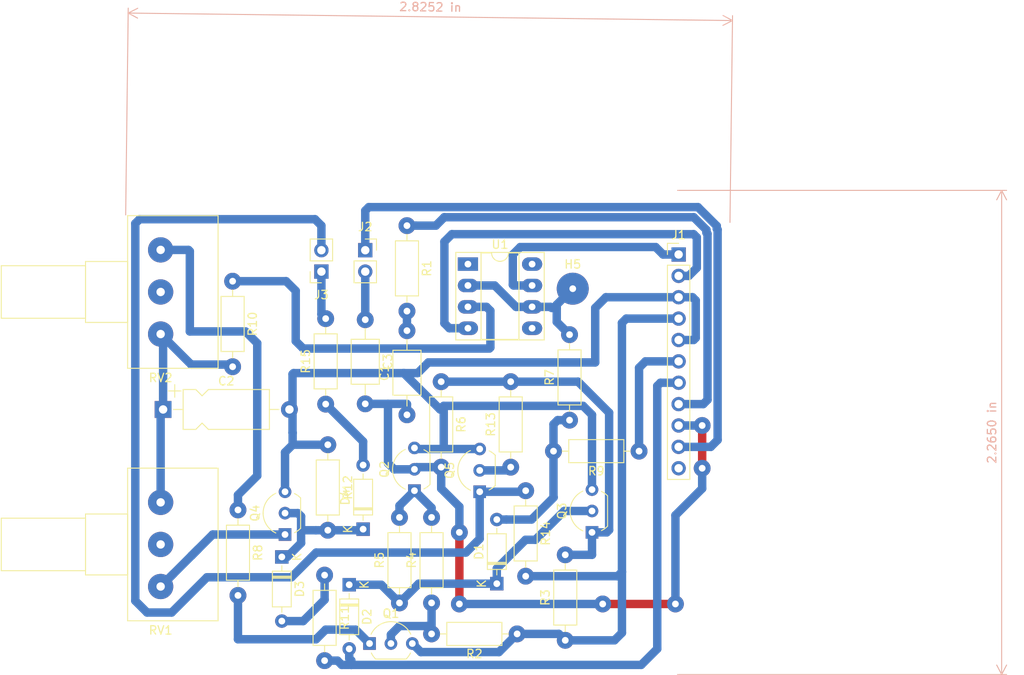
<source format=kicad_pcb>
(kicad_pcb (version 20171130) (host pcbnew "(5.1.2-1)-1")

  (general
    (thickness 1.6)
    (drawings 2)
    (tracks 233)
    (zones 0)
    (modules 34)
    (nets 29)
  )

  (page A4)
  (layers
    (0 F.Cu signal)
    (31 B.Cu signal)
    (32 B.Adhes user)
    (33 F.Adhes user)
    (34 B.Paste user)
    (35 F.Paste user)
    (36 B.SilkS user)
    (37 F.SilkS user)
    (38 B.Mask user)
    (39 F.Mask user)
    (40 Dwgs.User user)
    (41 Cmts.User user)
    (42 Eco1.User user)
    (43 Eco2.User user)
    (44 Edge.Cuts user)
    (45 Margin user)
    (46 B.CrtYd user)
    (47 F.CrtYd user)
    (48 B.Fab user)
    (49 F.Fab user)
  )

  (setup
    (last_trace_width 1)
    (user_trace_width 0.5)
    (user_trace_width 1)
    (trace_clearance 0.2)
    (zone_clearance 0.508)
    (zone_45_only no)
    (trace_min 0.2)
    (via_size 0.8)
    (via_drill 0.4)
    (via_min_size 0.4)
    (via_min_drill 0.3)
    (user_via 2 0.8)
    (uvia_size 0.3)
    (uvia_drill 0.1)
    (uvias_allowed no)
    (uvia_min_size 0.2)
    (uvia_min_drill 0.1)
    (edge_width 0.05)
    (segment_width 0.2)
    (pcb_text_width 0.3)
    (pcb_text_size 1.5 1.5)
    (mod_edge_width 0.12)
    (mod_text_size 1 1)
    (mod_text_width 0.15)
    (pad_size 3 1.7)
    (pad_drill 0.8)
    (pad_to_mask_clearance 0.051)
    (solder_mask_min_width 0.25)
    (aux_axis_origin 0 0)
    (visible_elements FFFFFF7F)
    (pcbplotparams
      (layerselection 0x010fc_ffffffff)
      (usegerberextensions false)
      (usegerberattributes false)
      (usegerberadvancedattributes false)
      (creategerberjobfile false)
      (excludeedgelayer true)
      (linewidth 0.100000)
      (plotframeref false)
      (viasonmask false)
      (mode 1)
      (useauxorigin false)
      (hpglpennumber 1)
      (hpglpenspeed 20)
      (hpglpendiameter 15.000000)
      (psnegative false)
      (psa4output false)
      (plotreference true)
      (plotvalue true)
      (plotinvisibletext false)
      (padsonsilk false)
      (subtractmaskfromsilk false)
      (outputformat 1)
      (mirror false)
      (drillshape 1)
      (scaleselection 1)
      (outputdirectory ""))
  )

  (net 0 "")
  (net 1 "Net-(C1-Pad2)")
  (net 2 "Net-(C1-Pad1)")
  (net 3 "Net-(C2-Pad1)")
  (net 4 GND)
  (net 5 "Net-(C3-Pad1)")
  (net 6 "Net-(D1-Pad1)")
  (net 7 "Net-(D1-Pad2)")
  (net 8 "Net-(D2-Pad2)")
  (net 9 "Net-(D3-Pad1)")
  (net 10 "Net-(D3-Pad2)")
  (net 11 "Net-(D4-Pad2)")
  (net 12 "Net-(H5-Pad1)")
  (net 13 "Net-(Q1-Pad1)")
  (net 14 +7.5V)
  (net 15 "Net-(Q1-Pad2)")
  (net 16 "Net-(Q2-Pad1)")
  (net 17 "Net-(Q3-Pad1)")
  (net 18 "Net-(Q4-Pad1)")
  (net 19 "Net-(Q5-Pad2)")
  (net 20 "Net-(R8-Pad1)")
  (net 21 -8V)
  (net 22 "Net-(R10-Pad1)")
  (net 23 +15V)
  (net 24 -15V)
  (net 25 "Net-(J1-Pad8)")
  (net 26 "Net-(J1-Pad10)")
  (net 27 "Net-(J3-Pad2)")
  (net 28 "Net-(J3-Pad1)")

  (net_class Default "Ceci est la Netclass par défaut."
    (clearance 0.2)
    (trace_width 0.25)
    (via_dia 0.8)
    (via_drill 0.4)
    (uvia_dia 0.3)
    (uvia_drill 0.1)
    (add_net +15V)
    (add_net +7.5V)
    (add_net -15V)
    (add_net -8V)
    (add_net GND)
    (add_net "Net-(C1-Pad1)")
    (add_net "Net-(C1-Pad2)")
    (add_net "Net-(C2-Pad1)")
    (add_net "Net-(C3-Pad1)")
    (add_net "Net-(D1-Pad1)")
    (add_net "Net-(D1-Pad2)")
    (add_net "Net-(D2-Pad2)")
    (add_net "Net-(D3-Pad1)")
    (add_net "Net-(D3-Pad2)")
    (add_net "Net-(D4-Pad2)")
    (add_net "Net-(H5-Pad1)")
    (add_net "Net-(J1-Pad10)")
    (add_net "Net-(J1-Pad8)")
    (add_net "Net-(J3-Pad1)")
    (add_net "Net-(J3-Pad2)")
    (add_net "Net-(Q1-Pad1)")
    (add_net "Net-(Q1-Pad2)")
    (add_net "Net-(Q2-Pad1)")
    (add_net "Net-(Q3-Pad1)")
    (add_net "Net-(Q4-Pad1)")
    (add_net "Net-(Q5-Pad2)")
    (add_net "Net-(R10-Pad1)")
    (add_net "Net-(R8-Pad1)")
  )

  (module Package_DIP:DIP-8_W7.62mm_Socket_LongPads (layer F.Cu) (tedit 5A02E8C5) (tstamp 6450E545)
    (at 86.487 51.689)
    (descr "8-lead though-hole mounted DIP package, row spacing 7.62 mm (300 mils), Socket, LongPads")
    (tags "THT DIP DIL PDIP 2.54mm 7.62mm 300mil Socket LongPads")
    (path /64446333)
    (fp_text reference U1 (at 3.81 -2.33) (layer F.SilkS)
      (effects (font (size 1 1) (thickness 0.15)))
    )
    (fp_text value TL071 (at 3.81 9.95) (layer F.Fab)
      (effects (font (size 1 1) (thickness 0.15)))
    )
    (fp_arc (start 3.81 -1.33) (end 2.81 -1.33) (angle -180) (layer F.SilkS) (width 0.12))
    (fp_line (start 1.635 -1.27) (end 6.985 -1.27) (layer F.Fab) (width 0.1))
    (fp_line (start 6.985 -1.27) (end 6.985 8.89) (layer F.Fab) (width 0.1))
    (fp_line (start 6.985 8.89) (end 0.635 8.89) (layer F.Fab) (width 0.1))
    (fp_line (start 0.635 8.89) (end 0.635 -0.27) (layer F.Fab) (width 0.1))
    (fp_line (start 0.635 -0.27) (end 1.635 -1.27) (layer F.Fab) (width 0.1))
    (fp_line (start -1.27 -1.33) (end -1.27 8.95) (layer F.Fab) (width 0.1))
    (fp_line (start -1.27 8.95) (end 8.89 8.95) (layer F.Fab) (width 0.1))
    (fp_line (start 8.89 8.95) (end 8.89 -1.33) (layer F.Fab) (width 0.1))
    (fp_line (start 8.89 -1.33) (end -1.27 -1.33) (layer F.Fab) (width 0.1))
    (fp_line (start 2.81 -1.33) (end 1.56 -1.33) (layer F.SilkS) (width 0.12))
    (fp_line (start 1.56 -1.33) (end 1.56 8.95) (layer F.SilkS) (width 0.12))
    (fp_line (start 1.56 8.95) (end 6.06 8.95) (layer F.SilkS) (width 0.12))
    (fp_line (start 6.06 8.95) (end 6.06 -1.33) (layer F.SilkS) (width 0.12))
    (fp_line (start 6.06 -1.33) (end 4.81 -1.33) (layer F.SilkS) (width 0.12))
    (fp_line (start -1.44 -1.39) (end -1.44 9.01) (layer F.SilkS) (width 0.12))
    (fp_line (start -1.44 9.01) (end 9.06 9.01) (layer F.SilkS) (width 0.12))
    (fp_line (start 9.06 9.01) (end 9.06 -1.39) (layer F.SilkS) (width 0.12))
    (fp_line (start 9.06 -1.39) (end -1.44 -1.39) (layer F.SilkS) (width 0.12))
    (fp_line (start -1.55 -1.6) (end -1.55 9.2) (layer F.CrtYd) (width 0.05))
    (fp_line (start -1.55 9.2) (end 9.15 9.2) (layer F.CrtYd) (width 0.05))
    (fp_line (start 9.15 9.2) (end 9.15 -1.6) (layer F.CrtYd) (width 0.05))
    (fp_line (start 9.15 -1.6) (end -1.55 -1.6) (layer F.CrtYd) (width 0.05))
    (fp_text user %R (at 3.81 3.81) (layer F.Fab)
      (effects (font (size 1 1) (thickness 0.15)))
    )
    (pad 1 thru_hole rect (at 0 0) (size 2.4 1.6) (drill 0.8) (layers *.Cu *.Mask))
    (pad 5 thru_hole oval (at 7.62 7.62) (size 2.4 1.6) (drill 0.8) (layers *.Cu *.Mask))
    (pad 2 thru_hole oval (at 0 2.54) (size 2.4 1.6) (drill 0.8) (layers *.Cu *.Mask)
      (net 12 "Net-(H5-Pad1)"))
    (pad 6 thru_hole oval (at 7.62 5.08) (size 2.4 1.6) (drill 0.8) (layers *.Cu *.Mask)
      (net 12 "Net-(H5-Pad1)"))
    (pad 3 thru_hole oval (at 0 5.08) (size 2.4 1.6) (drill 0.8) (layers *.Cu *.Mask)
      (net 22 "Net-(R10-Pad1)"))
    (pad 7 thru_hole oval (at 7.62 2.54) (size 2.4 1.6) (drill 0.8) (layers *.Cu *.Mask)
      (net 23 +15V))
    (pad 4 thru_hole oval (at 0 7.62) (size 2.4 1.6) (drill 0.8) (layers *.Cu *.Mask)
      (net 24 -15V))
    (pad 8 thru_hole oval (at 7.62 0) (size 2.4 1.6) (drill 0.8) (layers *.Cu *.Mask))
    (model ${KISYS3DMOD}/Package_DIP.3dshapes/DIP-8_W7.62mm_Socket.wrl
      (at (xyz 0 0 0))
      (scale (xyz 1 1 1))
      (rotate (xyz 0 0 0))
    )
  )

  (module Capacitor_THT:C_Axial_L5.1mm_D3.1mm_P10.00mm_Horizontal (layer F.Cu) (tedit 644FC52F) (tstamp 6450E1ED)
    (at 79.248 69.596 90)
    (descr "C, Axial series, Axial, Horizontal, pin pitch=10mm, , length*diameter=5.1*3.1mm^2, http://www.vishay.com/docs/45231/arseries.pdf")
    (tags "C Axial series Axial Horizontal pin pitch 10mm  length 5.1mm diameter 3.1mm")
    (path /6443BA56)
    (fp_text reference C1 (at 5 -2.67 90) (layer F.SilkS)
      (effects (font (size 1 1) (thickness 0.15)))
    )
    (fp_text value C (at 5 2.67 90) (layer F.Fab)
      (effects (font (size 1 1) (thickness 0.15)))
    )
    (fp_text user %R (at 5 0 90) (layer F.Fab)
      (effects (font (size 1 1) (thickness 0.15)))
    )
    (fp_line (start 11.05 -1.8) (end -1.05 -1.8) (layer F.CrtYd) (width 0.05))
    (fp_line (start 11.05 1.8) (end 11.05 -1.8) (layer F.CrtYd) (width 0.05))
    (fp_line (start -1.05 1.8) (end 11.05 1.8) (layer F.CrtYd) (width 0.05))
    (fp_line (start -1.05 -1.8) (end -1.05 1.8) (layer F.CrtYd) (width 0.05))
    (fp_line (start 8.96 0) (end 7.67 0) (layer F.SilkS) (width 0.12))
    (fp_line (start 1.04 0) (end 2.33 0) (layer F.SilkS) (width 0.12))
    (fp_line (start 7.67 -1.67) (end 2.33 -1.67) (layer F.SilkS) (width 0.12))
    (fp_line (start 7.67 1.67) (end 7.67 -1.67) (layer F.SilkS) (width 0.12))
    (fp_line (start 2.33 1.67) (end 7.67 1.67) (layer F.SilkS) (width 0.12))
    (fp_line (start 2.33 -1.67) (end 2.33 1.67) (layer F.SilkS) (width 0.12))
    (fp_line (start 10 0) (end 7.55 0) (layer F.Fab) (width 0.1))
    (fp_line (start 0 0) (end 2.45 0) (layer F.Fab) (width 0.1))
    (fp_line (start 7.55 -1.55) (end 2.45 -1.55) (layer F.Fab) (width 0.1))
    (fp_line (start 7.55 1.55) (end 7.55 -1.55) (layer F.Fab) (width 0.1))
    (fp_line (start 2.45 1.55) (end 7.55 1.55) (layer F.Fab) (width 0.1))
    (fp_line (start 2.45 -1.55) (end 2.45 1.55) (layer F.Fab) (width 0.1))
    (pad 2 thru_hole oval (at 10 0 90) (size 2 2) (drill 0.8) (layers *.Cu *.Mask)
      (net 1 "Net-(C1-Pad2)"))
    (pad 1 thru_hole circle (at 0 0 90) (size 2 2) (drill 0.8) (layers *.Cu *.Mask)
      (net 2 "Net-(C1-Pad1)"))
    (model ${KISYS3DMOD}/Capacitor_THT.3dshapes/C_Axial_L5.1mm_D3.1mm_P10.00mm_Horizontal.wrl
      (at (xyz 0 0 0))
      (scale (xyz 1 1 1))
      (rotate (xyz 0 0 0))
    )
  )

  (module Resistor_THT:R_Axial_DIN0207_L6.3mm_D2.5mm_P10.16mm_Horizontal (layer F.Cu) (tedit 643E4CF4) (tstamp 6450E3A5)
    (at 78.359 91.948 90)
    (descr "Resistor, Axial_DIN0207 series, Axial, Horizontal, pin pitch=10.16mm, 0.25W = 1/4W, length*diameter=6.3*2.5mm^2, http://cdn-reichelt.de/documents/datenblatt/B400/1_4W%23YAG.pdf")
    (tags "Resistor Axial_DIN0207 series Axial Horizontal pin pitch 10.16mm 0.25W = 1/4W length 6.3mm diameter 2.5mm")
    (path /64451850)
    (fp_text reference R5 (at 5.08 -2.37 90) (layer F.SilkS)
      (effects (font (size 1 1) (thickness 0.15)))
    )
    (fp_text value R_US (at 5.08 2.37 90) (layer F.Fab)
      (effects (font (size 1 1) (thickness 0.15)))
    )
    (fp_line (start 1.93 -1.25) (end 1.93 1.25) (layer F.Fab) (width 0.1))
    (fp_line (start 1.93 1.25) (end 8.23 1.25) (layer F.Fab) (width 0.1))
    (fp_line (start 8.23 1.25) (end 8.23 -1.25) (layer F.Fab) (width 0.1))
    (fp_line (start 8.23 -1.25) (end 1.93 -1.25) (layer F.Fab) (width 0.1))
    (fp_line (start 0 0) (end 1.93 0) (layer F.Fab) (width 0.1))
    (fp_line (start 10.16 0) (end 8.23 0) (layer F.Fab) (width 0.1))
    (fp_line (start 1.81 -1.37) (end 1.81 1.37) (layer F.SilkS) (width 0.12))
    (fp_line (start 1.81 1.37) (end 8.35 1.37) (layer F.SilkS) (width 0.12))
    (fp_line (start 8.35 1.37) (end 8.35 -1.37) (layer F.SilkS) (width 0.12))
    (fp_line (start 8.35 -1.37) (end 1.81 -1.37) (layer F.SilkS) (width 0.12))
    (fp_line (start 1.04 0) (end 1.81 0) (layer F.SilkS) (width 0.12))
    (fp_line (start 9.12 0) (end 8.35 0) (layer F.SilkS) (width 0.12))
    (fp_line (start -1.05 -1.5) (end -1.05 1.5) (layer F.CrtYd) (width 0.05))
    (fp_line (start -1.05 1.5) (end 11.21 1.5) (layer F.CrtYd) (width 0.05))
    (fp_line (start 11.21 1.5) (end 11.21 -1.5) (layer F.CrtYd) (width 0.05))
    (fp_line (start 11.21 -1.5) (end -1.05 -1.5) (layer F.CrtYd) (width 0.05))
    (fp_text user %R (at 5.08 0 90) (layer F.Fab)
      (effects (font (size 1 1) (thickness 0.15)))
    )
    (pad 1 thru_hole circle (at 0 0 90) (size 2 2) (drill 0.8) (layers *.Cu *.Mask)
      (net 6 "Net-(D1-Pad1)"))
    (pad 2 thru_hole oval (at 10.16 0 90) (size 2 2) (drill 0.8) (layers *.Cu *.Mask)
      (net 16 "Net-(Q2-Pad1)"))
    (model ${KISYS3DMOD}/Resistor_THT.3dshapes/R_Axial_DIN0207_L6.3mm_D2.5mm_P10.16mm_Horizontal.wrl
      (at (xyz 0 0 0))
      (scale (xyz 1 1 1))
      (rotate (xyz 0 0 0))
    )
  )

  (module Resistor_THT:R_Axial_DIN0207_L6.3mm_D2.5mm_P10.16mm_Horizontal (layer F.Cu) (tedit 643E4CF4) (tstamp 6450E474)
    (at 93.345 78.613 270)
    (descr "Resistor, Axial_DIN0207 series, Axial, Horizontal, pin pitch=10.16mm, 0.25W = 1/4W, length*diameter=6.3*2.5mm^2, http://cdn-reichelt.de/documents/datenblatt/B400/1_4W%23YAG.pdf")
    (tags "Resistor Axial_DIN0207 series Axial Horizontal pin pitch 10.16mm 0.25W = 1/4W length 6.3mm diameter 2.5mm")
    (path /6445A7D0)
    (fp_text reference R14 (at 5.08 -2.37 90) (layer F.SilkS)
      (effects (font (size 1 1) (thickness 0.15)))
    )
    (fp_text value R_US (at 5.08 2.37 90) (layer F.Fab)
      (effects (font (size 1 1) (thickness 0.15)))
    )
    (fp_line (start 1.93 -1.25) (end 1.93 1.25) (layer F.Fab) (width 0.1))
    (fp_line (start 1.93 1.25) (end 8.23 1.25) (layer F.Fab) (width 0.1))
    (fp_line (start 8.23 1.25) (end 8.23 -1.25) (layer F.Fab) (width 0.1))
    (fp_line (start 8.23 -1.25) (end 1.93 -1.25) (layer F.Fab) (width 0.1))
    (fp_line (start 0 0) (end 1.93 0) (layer F.Fab) (width 0.1))
    (fp_line (start 10.16 0) (end 8.23 0) (layer F.Fab) (width 0.1))
    (fp_line (start 1.81 -1.37) (end 1.81 1.37) (layer F.SilkS) (width 0.12))
    (fp_line (start 1.81 1.37) (end 8.35 1.37) (layer F.SilkS) (width 0.12))
    (fp_line (start 8.35 1.37) (end 8.35 -1.37) (layer F.SilkS) (width 0.12))
    (fp_line (start 8.35 -1.37) (end 1.81 -1.37) (layer F.SilkS) (width 0.12))
    (fp_line (start 1.04 0) (end 1.81 0) (layer F.SilkS) (width 0.12))
    (fp_line (start 9.12 0) (end 8.35 0) (layer F.SilkS) (width 0.12))
    (fp_line (start -1.05 -1.5) (end -1.05 1.5) (layer F.CrtYd) (width 0.05))
    (fp_line (start -1.05 1.5) (end 11.21 1.5) (layer F.CrtYd) (width 0.05))
    (fp_line (start 11.21 1.5) (end 11.21 -1.5) (layer F.CrtYd) (width 0.05))
    (fp_line (start 11.21 -1.5) (end -1.05 -1.5) (layer F.CrtYd) (width 0.05))
    (fp_text user %R (at 5.08 0 90) (layer F.Fab)
      (effects (font (size 1 1) (thickness 0.15)))
    )
    (pad 1 thru_hole circle (at 0 0 270) (size 2 2) (drill 0.8) (layers *.Cu *.Mask)
      (net 27 "Net-(J3-Pad2)"))
    (pad 2 thru_hole oval (at 10.16 0 270) (size 2 2) (drill 0.8) (layers *.Cu *.Mask)
      (net 14 +7.5V))
    (model ${KISYS3DMOD}/Resistor_THT.3dshapes/R_Axial_DIN0207_L6.3mm_D2.5mm_P10.16mm_Horizontal.wrl
      (at (xyz 0 0 0))
      (scale (xyz 1 1 1))
      (rotate (xyz 0 0 0))
    )
  )

  (module Resistor_THT:R_Axial_DIN0207_L6.3mm_D2.5mm_P10.16mm_Horizontal (layer F.Cu) (tedit 643E4CF4) (tstamp 6450E45D)
    (at 91.567 75.819 90)
    (descr "Resistor, Axial_DIN0207 series, Axial, Horizontal, pin pitch=10.16mm, 0.25W = 1/4W, length*diameter=6.3*2.5mm^2, http://cdn-reichelt.de/documents/datenblatt/B400/1_4W%23YAG.pdf")
    (tags "Resistor Axial_DIN0207 series Axial Horizontal pin pitch 10.16mm 0.25W = 1/4W length 6.3mm diameter 2.5mm")
    (path /6445BB52)
    (fp_text reference R13 (at 5.08 -2.37 90) (layer F.SilkS)
      (effects (font (size 1 1) (thickness 0.15)))
    )
    (fp_text value R_US (at 5.08 2.37 90) (layer F.Fab)
      (effects (font (size 1 1) (thickness 0.15)))
    )
    (fp_text user %R (at 5.08 0 90) (layer F.Fab)
      (effects (font (size 1 1) (thickness 0.15)))
    )
    (fp_line (start 11.21 -1.5) (end -1.05 -1.5) (layer F.CrtYd) (width 0.05))
    (fp_line (start 11.21 1.5) (end 11.21 -1.5) (layer F.CrtYd) (width 0.05))
    (fp_line (start -1.05 1.5) (end 11.21 1.5) (layer F.CrtYd) (width 0.05))
    (fp_line (start -1.05 -1.5) (end -1.05 1.5) (layer F.CrtYd) (width 0.05))
    (fp_line (start 9.12 0) (end 8.35 0) (layer F.SilkS) (width 0.12))
    (fp_line (start 1.04 0) (end 1.81 0) (layer F.SilkS) (width 0.12))
    (fp_line (start 8.35 -1.37) (end 1.81 -1.37) (layer F.SilkS) (width 0.12))
    (fp_line (start 8.35 1.37) (end 8.35 -1.37) (layer F.SilkS) (width 0.12))
    (fp_line (start 1.81 1.37) (end 8.35 1.37) (layer F.SilkS) (width 0.12))
    (fp_line (start 1.81 -1.37) (end 1.81 1.37) (layer F.SilkS) (width 0.12))
    (fp_line (start 10.16 0) (end 8.23 0) (layer F.Fab) (width 0.1))
    (fp_line (start 0 0) (end 1.93 0) (layer F.Fab) (width 0.1))
    (fp_line (start 8.23 -1.25) (end 1.93 -1.25) (layer F.Fab) (width 0.1))
    (fp_line (start 8.23 1.25) (end 8.23 -1.25) (layer F.Fab) (width 0.1))
    (fp_line (start 1.93 1.25) (end 8.23 1.25) (layer F.Fab) (width 0.1))
    (fp_line (start 1.93 -1.25) (end 1.93 1.25) (layer F.Fab) (width 0.1))
    (pad 2 thru_hole oval (at 10.16 0 90) (size 2 2) (drill 0.8) (layers *.Cu *.Mask)
      (net 17 "Net-(Q3-Pad1)"))
    (pad 1 thru_hole circle (at 0 0 90) (size 2 2) (drill 0.8) (layers *.Cu *.Mask)
      (net 19 "Net-(Q5-Pad2)"))
    (model ${KISYS3DMOD}/Resistor_THT.3dshapes/R_Axial_DIN0207_L6.3mm_D2.5mm_P10.16mm_Horizontal.wrl
      (at (xyz 0 0 0))
      (scale (xyz 1 1 1))
      (rotate (xyz 0 0 0))
    )
  )

  (module Connector_PinSocket_2.54mm:PinSocket_1x02_P2.54mm_Vertical (layer F.Cu) (tedit 5A19A420) (tstamp 6450FD14)
    (at 69.088 52.578 180)
    (descr "Through hole straight socket strip, 1x02, 2.54mm pitch, single row (from Kicad 4.0.7), script generated")
    (tags "Through hole socket strip THT 1x02 2.54mm single row")
    (path /6457CCBE)
    (fp_text reference J3 (at 0 -2.77) (layer F.SilkS)
      (effects (font (size 1 1) (thickness 0.15)))
    )
    (fp_text value Conn_01x02_MountingPin (at 0 5.31) (layer F.Fab)
      (effects (font (size 1 1) (thickness 0.15)))
    )
    (fp_text user %R (at 0 1.27 90) (layer F.Fab)
      (effects (font (size 1 1) (thickness 0.15)))
    )
    (fp_line (start -1.8 4.3) (end -1.8 -1.8) (layer F.CrtYd) (width 0.05))
    (fp_line (start 1.75 4.3) (end -1.8 4.3) (layer F.CrtYd) (width 0.05))
    (fp_line (start 1.75 -1.8) (end 1.75 4.3) (layer F.CrtYd) (width 0.05))
    (fp_line (start -1.8 -1.8) (end 1.75 -1.8) (layer F.CrtYd) (width 0.05))
    (fp_line (start 0 -1.33) (end 1.33 -1.33) (layer F.SilkS) (width 0.12))
    (fp_line (start 1.33 -1.33) (end 1.33 0) (layer F.SilkS) (width 0.12))
    (fp_line (start 1.33 1.27) (end 1.33 3.87) (layer F.SilkS) (width 0.12))
    (fp_line (start -1.33 3.87) (end 1.33 3.87) (layer F.SilkS) (width 0.12))
    (fp_line (start -1.33 1.27) (end -1.33 3.87) (layer F.SilkS) (width 0.12))
    (fp_line (start -1.33 1.27) (end 1.33 1.27) (layer F.SilkS) (width 0.12))
    (fp_line (start -1.27 3.81) (end -1.27 -1.27) (layer F.Fab) (width 0.1))
    (fp_line (start 1.27 3.81) (end -1.27 3.81) (layer F.Fab) (width 0.1))
    (fp_line (start 1.27 -0.635) (end 1.27 3.81) (layer F.Fab) (width 0.1))
    (fp_line (start 0.635 -1.27) (end 1.27 -0.635) (layer F.Fab) (width 0.1))
    (fp_line (start -1.27 -1.27) (end 0.635 -1.27) (layer F.Fab) (width 0.1))
    (pad 2 thru_hole oval (at 0 2.54 180) (size 1.7 1.7) (drill 1) (layers *.Cu *.Mask)
      (net 27 "Net-(J3-Pad2)"))
    (pad 1 thru_hole rect (at 0 0 180) (size 1.7 1.7) (drill 1) (layers *.Cu *.Mask)
      (net 28 "Net-(J3-Pad1)"))
    (model ${KISYS3DMOD}/Connector_PinSocket_2.54mm.3dshapes/PinSocket_1x02_P2.54mm_Vertical.wrl
      (at (xyz 0 0 0))
      (scale (xyz 1 1 1))
      (rotate (xyz 0 0 0))
    )
  )

  (module Resistor_THT:R_Axial_DIN0207_L6.3mm_D2.5mm_P10.16mm_Horizontal (layer F.Cu) (tedit 643E4CF4) (tstamp 6450E48B)
    (at 69.596 68.326 90)
    (descr "Resistor, Axial_DIN0207 series, Axial, Horizontal, pin pitch=10.16mm, 0.25W = 1/4W, length*diameter=6.3*2.5mm^2, http://cdn-reichelt.de/documents/datenblatt/B400/1_4W%23YAG.pdf")
    (tags "Resistor Axial_DIN0207 series Axial Horizontal pin pitch 10.16mm 0.25W = 1/4W length 6.3mm diameter 2.5mm")
    (path /64459419)
    (fp_text reference R15 (at 5.08 -2.37 90) (layer F.SilkS)
      (effects (font (size 1 1) (thickness 0.15)))
    )
    (fp_text value R_US (at 5.08 2.37 90) (layer F.Fab)
      (effects (font (size 1 1) (thickness 0.15)))
    )
    (fp_text user %R (at 5.08 0 90) (layer F.Fab)
      (effects (font (size 1 1) (thickness 0.15)))
    )
    (fp_line (start 11.21 -1.5) (end -1.05 -1.5) (layer F.CrtYd) (width 0.05))
    (fp_line (start 11.21 1.5) (end 11.21 -1.5) (layer F.CrtYd) (width 0.05))
    (fp_line (start -1.05 1.5) (end 11.21 1.5) (layer F.CrtYd) (width 0.05))
    (fp_line (start -1.05 -1.5) (end -1.05 1.5) (layer F.CrtYd) (width 0.05))
    (fp_line (start 9.12 0) (end 8.35 0) (layer F.SilkS) (width 0.12))
    (fp_line (start 1.04 0) (end 1.81 0) (layer F.SilkS) (width 0.12))
    (fp_line (start 8.35 -1.37) (end 1.81 -1.37) (layer F.SilkS) (width 0.12))
    (fp_line (start 8.35 1.37) (end 8.35 -1.37) (layer F.SilkS) (width 0.12))
    (fp_line (start 1.81 1.37) (end 8.35 1.37) (layer F.SilkS) (width 0.12))
    (fp_line (start 1.81 -1.37) (end 1.81 1.37) (layer F.SilkS) (width 0.12))
    (fp_line (start 10.16 0) (end 8.23 0) (layer F.Fab) (width 0.1))
    (fp_line (start 0 0) (end 1.93 0) (layer F.Fab) (width 0.1))
    (fp_line (start 8.23 -1.25) (end 1.93 -1.25) (layer F.Fab) (width 0.1))
    (fp_line (start 8.23 1.25) (end 8.23 -1.25) (layer F.Fab) (width 0.1))
    (fp_line (start 1.93 1.25) (end 8.23 1.25) (layer F.Fab) (width 0.1))
    (fp_line (start 1.93 -1.25) (end 1.93 1.25) (layer F.Fab) (width 0.1))
    (pad 2 thru_hole oval (at 10.16 0 90) (size 2 2) (drill 0.8) (layers *.Cu *.Mask)
      (net 28 "Net-(J3-Pad1)"))
    (pad 1 thru_hole circle (at 0 0 90) (size 2 2) (drill 0.8) (layers *.Cu *.Mask)
      (net 11 "Net-(D4-Pad2)"))
    (model ${KISYS3DMOD}/Resistor_THT.3dshapes/R_Axial_DIN0207_L6.3mm_D2.5mm_P10.16mm_Horizontal.wrl
      (at (xyz 0 0 0))
      (scale (xyz 1 1 1))
      (rotate (xyz 0 0 0))
    )
  )

  (module Resistor_THT:R_Axial_DIN0207_L6.3mm_D2.5mm_P10.16mm_Horizontal (layer F.Cu) (tedit 643E4CF4) (tstamp 6450E377)
    (at 98.044 96.393 90)
    (descr "Resistor, Axial_DIN0207 series, Axial, Horizontal, pin pitch=10.16mm, 0.25W = 1/4W, length*diameter=6.3*2.5mm^2, http://cdn-reichelt.de/documents/datenblatt/B400/1_4W%23YAG.pdf")
    (tags "Resistor Axial_DIN0207 series Axial Horizontal pin pitch 10.16mm 0.25W = 1/4W length 6.3mm diameter 2.5mm")
    (path /6444FA85)
    (fp_text reference R3 (at 5.08 -2.37 90) (layer F.SilkS)
      (effects (font (size 1 1) (thickness 0.15)))
    )
    (fp_text value R_US (at 5.08 2.37 90) (layer F.Fab)
      (effects (font (size 1 1) (thickness 0.15)))
    )
    (fp_text user %R (at 5.08 0 90) (layer F.Fab)
      (effects (font (size 1 1) (thickness 0.15)))
    )
    (fp_line (start 11.21 -1.5) (end -1.05 -1.5) (layer F.CrtYd) (width 0.05))
    (fp_line (start 11.21 1.5) (end 11.21 -1.5) (layer F.CrtYd) (width 0.05))
    (fp_line (start -1.05 1.5) (end 11.21 1.5) (layer F.CrtYd) (width 0.05))
    (fp_line (start -1.05 -1.5) (end -1.05 1.5) (layer F.CrtYd) (width 0.05))
    (fp_line (start 9.12 0) (end 8.35 0) (layer F.SilkS) (width 0.12))
    (fp_line (start 1.04 0) (end 1.81 0) (layer F.SilkS) (width 0.12))
    (fp_line (start 8.35 -1.37) (end 1.81 -1.37) (layer F.SilkS) (width 0.12))
    (fp_line (start 8.35 1.37) (end 8.35 -1.37) (layer F.SilkS) (width 0.12))
    (fp_line (start 1.81 1.37) (end 8.35 1.37) (layer F.SilkS) (width 0.12))
    (fp_line (start 1.81 -1.37) (end 1.81 1.37) (layer F.SilkS) (width 0.12))
    (fp_line (start 10.16 0) (end 8.23 0) (layer F.Fab) (width 0.1))
    (fp_line (start 0 0) (end 1.93 0) (layer F.Fab) (width 0.1))
    (fp_line (start 8.23 -1.25) (end 1.93 -1.25) (layer F.Fab) (width 0.1))
    (fp_line (start 8.23 1.25) (end 8.23 -1.25) (layer F.Fab) (width 0.1))
    (fp_line (start 1.93 1.25) (end 8.23 1.25) (layer F.Fab) (width 0.1))
    (fp_line (start 1.93 -1.25) (end 1.93 1.25) (layer F.Fab) (width 0.1))
    (pad 2 thru_hole oval (at 10.16 0 90) (size 2 2) (drill 0.8) (layers *.Cu *.Mask)
      (net 17 "Net-(Q3-Pad1)"))
    (pad 1 thru_hole circle (at 0 0 90) (size 2 2) (drill 0.8) (layers *.Cu *.Mask)
      (net 14 +7.5V))
    (model ${KISYS3DMOD}/Resistor_THT.3dshapes/R_Axial_DIN0207_L6.3mm_D2.5mm_P10.16mm_Horizontal.wrl
      (at (xyz 0 0 0))
      (scale (xyz 1 1 1))
      (rotate (xyz 0 0 0))
    )
  )

  (module Resistor_THT:R_Axial_DIN0207_L6.3mm_D2.5mm_P10.16mm_Horizontal (layer F.Cu) (tedit 643E4CF4) (tstamp 6450E38E)
    (at 82.169 91.948 90)
    (descr "Resistor, Axial_DIN0207 series, Axial, Horizontal, pin pitch=10.16mm, 0.25W = 1/4W, length*diameter=6.3*2.5mm^2, http://cdn-reichelt.de/documents/datenblatt/B400/1_4W%23YAG.pdf")
    (tags "Resistor Axial_DIN0207 series Axial Horizontal pin pitch 10.16mm 0.25W = 1/4W length 6.3mm diameter 2.5mm")
    (path /6444E907)
    (fp_text reference R4 (at 5.08 -2.37 90) (layer F.SilkS)
      (effects (font (size 1 1) (thickness 0.15)))
    )
    (fp_text value R_US (at 5.08 2.37 90) (layer F.Fab)
      (effects (font (size 1 1) (thickness 0.15)))
    )
    (fp_text user %R (at 5.08 0 90) (layer F.Fab)
      (effects (font (size 1 1) (thickness 0.15)))
    )
    (fp_line (start 11.21 -1.5) (end -1.05 -1.5) (layer F.CrtYd) (width 0.05))
    (fp_line (start 11.21 1.5) (end 11.21 -1.5) (layer F.CrtYd) (width 0.05))
    (fp_line (start -1.05 1.5) (end 11.21 1.5) (layer F.CrtYd) (width 0.05))
    (fp_line (start -1.05 -1.5) (end -1.05 1.5) (layer F.CrtYd) (width 0.05))
    (fp_line (start 9.12 0) (end 8.35 0) (layer F.SilkS) (width 0.12))
    (fp_line (start 1.04 0) (end 1.81 0) (layer F.SilkS) (width 0.12))
    (fp_line (start 8.35 -1.37) (end 1.81 -1.37) (layer F.SilkS) (width 0.12))
    (fp_line (start 8.35 1.37) (end 8.35 -1.37) (layer F.SilkS) (width 0.12))
    (fp_line (start 1.81 1.37) (end 8.35 1.37) (layer F.SilkS) (width 0.12))
    (fp_line (start 1.81 -1.37) (end 1.81 1.37) (layer F.SilkS) (width 0.12))
    (fp_line (start 10.16 0) (end 8.23 0) (layer F.Fab) (width 0.1))
    (fp_line (start 0 0) (end 1.93 0) (layer F.Fab) (width 0.1))
    (fp_line (start 8.23 -1.25) (end 1.93 -1.25) (layer F.Fab) (width 0.1))
    (fp_line (start 8.23 1.25) (end 8.23 -1.25) (layer F.Fab) (width 0.1))
    (fp_line (start 1.93 1.25) (end 8.23 1.25) (layer F.Fab) (width 0.1))
    (fp_line (start 1.93 -1.25) (end 1.93 1.25) (layer F.Fab) (width 0.1))
    (pad 2 thru_hole oval (at 10.16 0 90) (size 2 2) (drill 0.8) (layers *.Cu *.Mask)
      (net 16 "Net-(Q2-Pad1)"))
    (pad 1 thru_hole circle (at 0 0 90) (size 2 2) (drill 0.8) (layers *.Cu *.Mask)
      (net 15 "Net-(Q1-Pad2)"))
    (model ${KISYS3DMOD}/Resistor_THT.3dshapes/R_Axial_DIN0207_L6.3mm_D2.5mm_P10.16mm_Horizontal.wrl
      (at (xyz 0 0 0))
      (scale (xyz 1 1 1))
      (rotate (xyz 0 0 0))
    )
  )

  (module Connector_PinSocket_2.54mm:PinSocket_1x02_P2.54mm_Vertical (layer F.Cu) (tedit 5A19A420) (tstamp 6450FCFE)
    (at 74.295 50.038)
    (descr "Through hole straight socket strip, 1x02, 2.54mm pitch, single row (from Kicad 4.0.7), script generated")
    (tags "Through hole socket strip THT 1x02 2.54mm single row")
    (path /645729E1)
    (fp_text reference J2 (at 0 -2.77) (layer F.SilkS)
      (effects (font (size 1 1) (thickness 0.15)))
    )
    (fp_text value Conn_01x02_MountingPin (at 0 5.31) (layer F.Fab)
      (effects (font (size 1 1) (thickness 0.15)))
    )
    (fp_line (start -1.27 -1.27) (end 0.635 -1.27) (layer F.Fab) (width 0.1))
    (fp_line (start 0.635 -1.27) (end 1.27 -0.635) (layer F.Fab) (width 0.1))
    (fp_line (start 1.27 -0.635) (end 1.27 3.81) (layer F.Fab) (width 0.1))
    (fp_line (start 1.27 3.81) (end -1.27 3.81) (layer F.Fab) (width 0.1))
    (fp_line (start -1.27 3.81) (end -1.27 -1.27) (layer F.Fab) (width 0.1))
    (fp_line (start -1.33 1.27) (end 1.33 1.27) (layer F.SilkS) (width 0.12))
    (fp_line (start -1.33 1.27) (end -1.33 3.87) (layer F.SilkS) (width 0.12))
    (fp_line (start -1.33 3.87) (end 1.33 3.87) (layer F.SilkS) (width 0.12))
    (fp_line (start 1.33 1.27) (end 1.33 3.87) (layer F.SilkS) (width 0.12))
    (fp_line (start 1.33 -1.33) (end 1.33 0) (layer F.SilkS) (width 0.12))
    (fp_line (start 0 -1.33) (end 1.33 -1.33) (layer F.SilkS) (width 0.12))
    (fp_line (start -1.8 -1.8) (end 1.75 -1.8) (layer F.CrtYd) (width 0.05))
    (fp_line (start 1.75 -1.8) (end 1.75 4.3) (layer F.CrtYd) (width 0.05))
    (fp_line (start 1.75 4.3) (end -1.8 4.3) (layer F.CrtYd) (width 0.05))
    (fp_line (start -1.8 4.3) (end -1.8 -1.8) (layer F.CrtYd) (width 0.05))
    (fp_text user %R (at 0 1.27 90) (layer F.Fab)
      (effects (font (size 1 1) (thickness 0.15)))
    )
    (pad 1 thru_hole rect (at 0 0) (size 1.7 1.7) (drill 1) (layers *.Cu *.Mask)
      (net 26 "Net-(J1-Pad10)"))
    (pad 2 thru_hole oval (at 0 2.54) (size 1.7 1.7) (drill 1) (layers *.Cu *.Mask)
      (net 5 "Net-(C3-Pad1)"))
    (model ${KISYS3DMOD}/Connector_PinSocket_2.54mm.3dshapes/PinSocket_1x02_P2.54mm_Vertical.wrl
      (at (xyz 0 0 0))
      (scale (xyz 1 1 1))
      (rotate (xyz 0 0 0))
    )
  )

  (module Resistor_THT:R_Axial_DIN0207_L6.3mm_D2.5mm_P10.16mm_Horizontal (layer F.Cu) (tedit 643E4CF4) (tstamp 6450E418)
    (at 58.547 53.721 270)
    (descr "Resistor, Axial_DIN0207 series, Axial, Horizontal, pin pitch=10.16mm, 0.25W = 1/4W, length*diameter=6.3*2.5mm^2, http://cdn-reichelt.de/documents/datenblatt/B400/1_4W%23YAG.pdf")
    (tags "Resistor Axial_DIN0207 series Axial Horizontal pin pitch 10.16mm 0.25W = 1/4W length 6.3mm diameter 2.5mm")
    (path /6446F50D)
    (fp_text reference R10 (at 5.08 -2.37 90) (layer F.SilkS)
      (effects (font (size 1 1) (thickness 0.15)))
    )
    (fp_text value R_US (at 5.08 2.37 90) (layer F.Fab)
      (effects (font (size 1 1) (thickness 0.15)))
    )
    (fp_text user %R (at 5.08 0 90) (layer F.Fab)
      (effects (font (size 1 1) (thickness 0.15)))
    )
    (fp_line (start 11.21 -1.5) (end -1.05 -1.5) (layer F.CrtYd) (width 0.05))
    (fp_line (start 11.21 1.5) (end 11.21 -1.5) (layer F.CrtYd) (width 0.05))
    (fp_line (start -1.05 1.5) (end 11.21 1.5) (layer F.CrtYd) (width 0.05))
    (fp_line (start -1.05 -1.5) (end -1.05 1.5) (layer F.CrtYd) (width 0.05))
    (fp_line (start 9.12 0) (end 8.35 0) (layer F.SilkS) (width 0.12))
    (fp_line (start 1.04 0) (end 1.81 0) (layer F.SilkS) (width 0.12))
    (fp_line (start 8.35 -1.37) (end 1.81 -1.37) (layer F.SilkS) (width 0.12))
    (fp_line (start 8.35 1.37) (end 8.35 -1.37) (layer F.SilkS) (width 0.12))
    (fp_line (start 1.81 1.37) (end 8.35 1.37) (layer F.SilkS) (width 0.12))
    (fp_line (start 1.81 -1.37) (end 1.81 1.37) (layer F.SilkS) (width 0.12))
    (fp_line (start 10.16 0) (end 8.23 0) (layer F.Fab) (width 0.1))
    (fp_line (start 0 0) (end 1.93 0) (layer F.Fab) (width 0.1))
    (fp_line (start 8.23 -1.25) (end 1.93 -1.25) (layer F.Fab) (width 0.1))
    (fp_line (start 8.23 1.25) (end 8.23 -1.25) (layer F.Fab) (width 0.1))
    (fp_line (start 1.93 1.25) (end 8.23 1.25) (layer F.Fab) (width 0.1))
    (fp_line (start 1.93 -1.25) (end 1.93 1.25) (layer F.Fab) (width 0.1))
    (pad 2 thru_hole oval (at 10.16 0 270) (size 2 2) (drill 0.8) (layers *.Cu *.Mask)
      (net 3 "Net-(C2-Pad1)"))
    (pad 1 thru_hole circle (at 0 0 270) (size 2 2) (drill 0.8) (layers *.Cu *.Mask)
      (net 22 "Net-(R10-Pad1)"))
    (model ${KISYS3DMOD}/Resistor_THT.3dshapes/R_Axial_DIN0207_L6.3mm_D2.5mm_P10.16mm_Horizontal.wrl
      (at (xyz 0 0 0))
      (scale (xyz 1 1 1))
      (rotate (xyz 0 0 0))
    )
  )

  (module Resistor_THT:R_Axial_DIN0207_L6.3mm_D2.5mm_P10.16mm_Horizontal (layer F.Cu) (tedit 643E4CF4) (tstamp 6450E446)
    (at 69.85 73.152 270)
    (descr "Resistor, Axial_DIN0207 series, Axial, Horizontal, pin pitch=10.16mm, 0.25W = 1/4W, length*diameter=6.3*2.5mm^2, http://cdn-reichelt.de/documents/datenblatt/B400/1_4W%23YAG.pdf")
    (tags "Resistor Axial_DIN0207 series Axial Horizontal pin pitch 10.16mm 0.25W = 1/4W length 6.3mm diameter 2.5mm")
    (path /6445D201)
    (fp_text reference R12 (at 5.08 -2.37 90) (layer F.SilkS)
      (effects (font (size 1 1) (thickness 0.15)))
    )
    (fp_text value R_US (at 5.08 2.37 90) (layer F.Fab)
      (effects (font (size 1 1) (thickness 0.15)))
    )
    (fp_line (start 1.93 -1.25) (end 1.93 1.25) (layer F.Fab) (width 0.1))
    (fp_line (start 1.93 1.25) (end 8.23 1.25) (layer F.Fab) (width 0.1))
    (fp_line (start 8.23 1.25) (end 8.23 -1.25) (layer F.Fab) (width 0.1))
    (fp_line (start 8.23 -1.25) (end 1.93 -1.25) (layer F.Fab) (width 0.1))
    (fp_line (start 0 0) (end 1.93 0) (layer F.Fab) (width 0.1))
    (fp_line (start 10.16 0) (end 8.23 0) (layer F.Fab) (width 0.1))
    (fp_line (start 1.81 -1.37) (end 1.81 1.37) (layer F.SilkS) (width 0.12))
    (fp_line (start 1.81 1.37) (end 8.35 1.37) (layer F.SilkS) (width 0.12))
    (fp_line (start 8.35 1.37) (end 8.35 -1.37) (layer F.SilkS) (width 0.12))
    (fp_line (start 8.35 -1.37) (end 1.81 -1.37) (layer F.SilkS) (width 0.12))
    (fp_line (start 1.04 0) (end 1.81 0) (layer F.SilkS) (width 0.12))
    (fp_line (start 9.12 0) (end 8.35 0) (layer F.SilkS) (width 0.12))
    (fp_line (start -1.05 -1.5) (end -1.05 1.5) (layer F.CrtYd) (width 0.05))
    (fp_line (start -1.05 1.5) (end 11.21 1.5) (layer F.CrtYd) (width 0.05))
    (fp_line (start 11.21 1.5) (end 11.21 -1.5) (layer F.CrtYd) (width 0.05))
    (fp_line (start 11.21 -1.5) (end -1.05 -1.5) (layer F.CrtYd) (width 0.05))
    (fp_text user %R (at 5.08 0 90) (layer F.Fab)
      (effects (font (size 1 1) (thickness 0.15)))
    )
    (pad 1 thru_hole circle (at 0 0 270) (size 2 2) (drill 0.8) (layers *.Cu *.Mask)
      (net 4 GND))
    (pad 2 thru_hole oval (at 10.16 0 270) (size 2 2) (drill 0.8) (layers *.Cu *.Mask)
      (net 9 "Net-(D3-Pad1)"))
    (model ${KISYS3DMOD}/Resistor_THT.3dshapes/R_Axial_DIN0207_L6.3mm_D2.5mm_P10.16mm_Horizontal.wrl
      (at (xyz 0 0 0))
      (scale (xyz 1 1 1))
      (rotate (xyz 0 0 0))
    )
  )

  (module Resistor_THT:R_Axial_DIN0207_L6.3mm_D2.5mm_P10.16mm_Horizontal (layer F.Cu) (tedit 643E4CF4) (tstamp 6450E349)
    (at 79.248 47.117 270)
    (descr "Resistor, Axial_DIN0207 series, Axial, Horizontal, pin pitch=10.16mm, 0.25W = 1/4W, length*diameter=6.3*2.5mm^2, http://cdn-reichelt.de/documents/datenblatt/B400/1_4W%23YAG.pdf")
    (tags "Resistor Axial_DIN0207 series Axial Horizontal pin pitch 10.16mm 0.25W = 1/4W length 6.3mm diameter 2.5mm")
    (path /6443AE43)
    (fp_text reference R1 (at 5.08 -2.37 90) (layer F.SilkS)
      (effects (font (size 1 1) (thickness 0.15)))
    )
    (fp_text value R_US (at 5.08 2.37 90) (layer F.Fab)
      (effects (font (size 1 1) (thickness 0.15)))
    )
    (fp_line (start 1.93 -1.25) (end 1.93 1.25) (layer F.Fab) (width 0.1))
    (fp_line (start 1.93 1.25) (end 8.23 1.25) (layer F.Fab) (width 0.1))
    (fp_line (start 8.23 1.25) (end 8.23 -1.25) (layer F.Fab) (width 0.1))
    (fp_line (start 8.23 -1.25) (end 1.93 -1.25) (layer F.Fab) (width 0.1))
    (fp_line (start 0 0) (end 1.93 0) (layer F.Fab) (width 0.1))
    (fp_line (start 10.16 0) (end 8.23 0) (layer F.Fab) (width 0.1))
    (fp_line (start 1.81 -1.37) (end 1.81 1.37) (layer F.SilkS) (width 0.12))
    (fp_line (start 1.81 1.37) (end 8.35 1.37) (layer F.SilkS) (width 0.12))
    (fp_line (start 8.35 1.37) (end 8.35 -1.37) (layer F.SilkS) (width 0.12))
    (fp_line (start 8.35 -1.37) (end 1.81 -1.37) (layer F.SilkS) (width 0.12))
    (fp_line (start 1.04 0) (end 1.81 0) (layer F.SilkS) (width 0.12))
    (fp_line (start 9.12 0) (end 8.35 0) (layer F.SilkS) (width 0.12))
    (fp_line (start -1.05 -1.5) (end -1.05 1.5) (layer F.CrtYd) (width 0.05))
    (fp_line (start -1.05 1.5) (end 11.21 1.5) (layer F.CrtYd) (width 0.05))
    (fp_line (start 11.21 1.5) (end 11.21 -1.5) (layer F.CrtYd) (width 0.05))
    (fp_line (start 11.21 -1.5) (end -1.05 -1.5) (layer F.CrtYd) (width 0.05))
    (fp_text user %R (at 5.08 0 90) (layer F.Fab)
      (effects (font (size 1 1) (thickness 0.15)))
    )
    (pad 1 thru_hole circle (at 0 0 270) (size 2 2) (drill 0.8) (layers *.Cu *.Mask)
      (net 25 "Net-(J1-Pad8)"))
    (pad 2 thru_hole oval (at 10.16 0 270) (size 2 2) (drill 0.8) (layers *.Cu *.Mask)
      (net 1 "Net-(C1-Pad2)"))
    (model ${KISYS3DMOD}/Resistor_THT.3dshapes/R_Axial_DIN0207_L6.3mm_D2.5mm_P10.16mm_Horizontal.wrl
      (at (xyz 0 0 0))
      (scale (xyz 1 1 1))
      (rotate (xyz 0 0 0))
    )
  )

  (module Package_TO_SOT_THT:TO-92_Inline_Wide (layer F.Cu) (tedit 5A02FF81) (tstamp 6450E2E2)
    (at 74.803 96.774)
    (descr "TO-92 leads in-line, wide, drill 0.75mm (see NXP sot054_po.pdf)")
    (tags "to-92 sc-43 sc-43a sot54 PA33 transistor")
    (path /6443DD66)
    (fp_text reference Q1 (at 2.54 -3.56) (layer F.SilkS)
      (effects (font (size 1 1) (thickness 0.15)))
    )
    (fp_text value BC307 (at 2.54 2.79) (layer F.Fab)
      (effects (font (size 1 1) (thickness 0.15)))
    )
    (fp_arc (start 2.54 0) (end 4.34 1.85) (angle -20) (layer F.SilkS) (width 0.12))
    (fp_arc (start 2.54 0) (end 2.54 -2.48) (angle -135) (layer F.Fab) (width 0.1))
    (fp_arc (start 2.54 0) (end 2.54 -2.48) (angle 135) (layer F.Fab) (width 0.1))
    (fp_arc (start 2.54 0) (end 2.54 -2.6) (angle 65) (layer F.SilkS) (width 0.12))
    (fp_arc (start 2.54 0) (end 2.54 -2.6) (angle -65) (layer F.SilkS) (width 0.12))
    (fp_arc (start 2.54 0) (end 0.74 1.85) (angle 20) (layer F.SilkS) (width 0.12))
    (fp_line (start 6.09 2.01) (end -1.01 2.01) (layer F.CrtYd) (width 0.05))
    (fp_line (start 6.09 2.01) (end 6.09 -2.73) (layer F.CrtYd) (width 0.05))
    (fp_line (start -1.01 -2.73) (end -1.01 2.01) (layer F.CrtYd) (width 0.05))
    (fp_line (start -1.01 -2.73) (end 6.09 -2.73) (layer F.CrtYd) (width 0.05))
    (fp_line (start 0.8 1.75) (end 4.3 1.75) (layer F.Fab) (width 0.1))
    (fp_line (start 0.74 1.85) (end 4.34 1.85) (layer F.SilkS) (width 0.12))
    (fp_text user %R (at 2.54 0) (layer F.Fab)
      (effects (font (size 1 1) (thickness 0.15)))
    )
    (pad 1 thru_hole rect (at 0 0) (size 1.5 1.5) (drill 0.8) (layers *.Cu *.Mask)
      (net 13 "Net-(Q1-Pad1)"))
    (pad 3 thru_hole circle (at 5.08 0) (size 1.5 1.5) (drill 0.8) (layers *.Cu *.Mask)
      (net 14 +7.5V))
    (pad 2 thru_hole circle (at 2.54 0) (size 1.5 1.5) (drill 0.8) (layers *.Cu *.Mask)
      (net 15 "Net-(Q1-Pad2)"))
    (model ${KISYS3DMOD}/Package_TO_SOT_THT.3dshapes/TO-92_Inline_Wide.wrl
      (at (xyz 0 0 0))
      (scale (xyz 1 1 1))
      (rotate (xyz 0 0 0))
    )
  )

  (module Package_TO_SOT_THT:TO-92_Inline_Wide (layer F.Cu) (tedit 5A02FF81) (tstamp 6450E30A)
    (at 101.219 83.566 90)
    (descr "TO-92 leads in-line, wide, drill 0.75mm (see NXP sot054_po.pdf)")
    (tags "to-92 sc-43 sc-43a sot54 PA33 transistor")
    (path /64452A02)
    (fp_text reference Q3 (at 2.54 -3.56 90) (layer F.SilkS)
      (effects (font (size 1 1) (thickness 0.15)))
    )
    (fp_text value BC237 (at 2.54 2.79 90) (layer F.Fab)
      (effects (font (size 1 1) (thickness 0.15)))
    )
    (fp_text user %R (at 2.54 0 90) (layer F.Fab)
      (effects (font (size 1 1) (thickness 0.15)))
    )
    (fp_line (start 0.74 1.85) (end 4.34 1.85) (layer F.SilkS) (width 0.12))
    (fp_line (start 0.8 1.75) (end 4.3 1.75) (layer F.Fab) (width 0.1))
    (fp_line (start -1.01 -2.73) (end 6.09 -2.73) (layer F.CrtYd) (width 0.05))
    (fp_line (start -1.01 -2.73) (end -1.01 2.01) (layer F.CrtYd) (width 0.05))
    (fp_line (start 6.09 2.01) (end 6.09 -2.73) (layer F.CrtYd) (width 0.05))
    (fp_line (start 6.09 2.01) (end -1.01 2.01) (layer F.CrtYd) (width 0.05))
    (fp_arc (start 2.54 0) (end 0.74 1.85) (angle 20) (layer F.SilkS) (width 0.12))
    (fp_arc (start 2.54 0) (end 2.54 -2.6) (angle -65) (layer F.SilkS) (width 0.12))
    (fp_arc (start 2.54 0) (end 2.54 -2.6) (angle 65) (layer F.SilkS) (width 0.12))
    (fp_arc (start 2.54 0) (end 2.54 -2.48) (angle 135) (layer F.Fab) (width 0.1))
    (fp_arc (start 2.54 0) (end 2.54 -2.48) (angle -135) (layer F.Fab) (width 0.1))
    (fp_arc (start 2.54 0) (end 4.34 1.85) (angle -20) (layer F.SilkS) (width 0.12))
    (pad 2 thru_hole circle (at 2.54 0 90) (size 1.5 1.5) (drill 0.8) (layers *.Cu *.Mask)
      (net 6 "Net-(D1-Pad1)"))
    (pad 3 thru_hole circle (at 5.08 0 90) (size 1.5 1.5) (drill 0.8) (layers *.Cu *.Mask)
      (net 4 GND))
    (pad 1 thru_hole rect (at 0 0 90) (size 1.5 1.5) (drill 0.8) (layers *.Cu *.Mask)
      (net 17 "Net-(Q3-Pad1)"))
    (model ${KISYS3DMOD}/Package_TO_SOT_THT.3dshapes/TO-92_Inline_Wide.wrl
      (at (xyz 0 0 0))
      (scale (xyz 1 1 1))
      (rotate (xyz 0 0 0))
    )
  )

  (module Package_TO_SOT_THT:TO-92_Inline_Wide (layer F.Cu) (tedit 5A02FF81) (tstamp 6450E332)
    (at 87.884 78.74 90)
    (descr "TO-92 leads in-line, wide, drill 0.75mm (see NXP sot054_po.pdf)")
    (tags "to-92 sc-43 sc-43a sot54 PA33 transistor")
    (path /64459A20)
    (fp_text reference Q5 (at 2.54 -3.56 90) (layer F.SilkS)
      (effects (font (size 1 1) (thickness 0.15)))
    )
    (fp_text value BC237 (at 2.54 2.79 90) (layer F.Fab)
      (effects (font (size 1 1) (thickness 0.15)))
    )
    (fp_arc (start 2.54 0) (end 4.34 1.85) (angle -20) (layer F.SilkS) (width 0.12))
    (fp_arc (start 2.54 0) (end 2.54 -2.48) (angle -135) (layer F.Fab) (width 0.1))
    (fp_arc (start 2.54 0) (end 2.54 -2.48) (angle 135) (layer F.Fab) (width 0.1))
    (fp_arc (start 2.54 0) (end 2.54 -2.6) (angle 65) (layer F.SilkS) (width 0.12))
    (fp_arc (start 2.54 0) (end 2.54 -2.6) (angle -65) (layer F.SilkS) (width 0.12))
    (fp_arc (start 2.54 0) (end 0.74 1.85) (angle 20) (layer F.SilkS) (width 0.12))
    (fp_line (start 6.09 2.01) (end -1.01 2.01) (layer F.CrtYd) (width 0.05))
    (fp_line (start 6.09 2.01) (end 6.09 -2.73) (layer F.CrtYd) (width 0.05))
    (fp_line (start -1.01 -2.73) (end -1.01 2.01) (layer F.CrtYd) (width 0.05))
    (fp_line (start -1.01 -2.73) (end 6.09 -2.73) (layer F.CrtYd) (width 0.05))
    (fp_line (start 0.8 1.75) (end 4.3 1.75) (layer F.Fab) (width 0.1))
    (fp_line (start 0.74 1.85) (end 4.34 1.85) (layer F.SilkS) (width 0.12))
    (fp_text user %R (at 2.54 0 90) (layer F.Fab)
      (effects (font (size 1 1) (thickness 0.15)))
    )
    (pad 1 thru_hole rect (at 0 0 90) (size 1.5 1.5) (drill 0.8) (layers *.Cu *.Mask)
      (net 27 "Net-(J3-Pad2)"))
    (pad 3 thru_hole circle (at 5.08 0 90) (size 1.5 1.5) (drill 0.8) (layers *.Cu *.Mask)
      (net 4 GND))
    (pad 2 thru_hole circle (at 2.54 0 90) (size 1.5 1.5) (drill 0.8) (layers *.Cu *.Mask)
      (net 19 "Net-(Q5-Pad2)"))
    (model ${KISYS3DMOD}/Package_TO_SOT_THT.3dshapes/TO-92_Inline_Wide.wrl
      (at (xyz 0 0 0))
      (scale (xyz 1 1 1))
      (rotate (xyz 0 0 0))
    )
  )

  (module Diode_THT:D_DO-35_SOD27_P7.62mm_Horizontal (layer F.Cu) (tedit 5AE50CD5) (tstamp 6450E2A7)
    (at 74.041 83.185 90)
    (descr "Diode, DO-35_SOD27 series, Axial, Horizontal, pin pitch=7.62mm, , length*diameter=4*2mm^2, , http://www.diodes.com/_files/packages/DO-35.pdf")
    (tags "Diode DO-35_SOD27 series Axial Horizontal pin pitch 7.62mm  length 4mm diameter 2mm")
    (path /64457CF7)
    (fp_text reference D4 (at 3.81 -2.12 90) (layer F.SilkS)
      (effects (font (size 1 1) (thickness 0.15)))
    )
    (fp_text value 1N4148 (at 3.81 2.12 90) (layer F.Fab)
      (effects (font (size 1 1) (thickness 0.15)))
    )
    (fp_line (start 1.81 -1) (end 1.81 1) (layer F.Fab) (width 0.1))
    (fp_line (start 1.81 1) (end 5.81 1) (layer F.Fab) (width 0.1))
    (fp_line (start 5.81 1) (end 5.81 -1) (layer F.Fab) (width 0.1))
    (fp_line (start 5.81 -1) (end 1.81 -1) (layer F.Fab) (width 0.1))
    (fp_line (start 0 0) (end 1.81 0) (layer F.Fab) (width 0.1))
    (fp_line (start 7.62 0) (end 5.81 0) (layer F.Fab) (width 0.1))
    (fp_line (start 2.41 -1) (end 2.41 1) (layer F.Fab) (width 0.1))
    (fp_line (start 2.51 -1) (end 2.51 1) (layer F.Fab) (width 0.1))
    (fp_line (start 2.31 -1) (end 2.31 1) (layer F.Fab) (width 0.1))
    (fp_line (start 1.69 -1.12) (end 1.69 1.12) (layer F.SilkS) (width 0.12))
    (fp_line (start 1.69 1.12) (end 5.93 1.12) (layer F.SilkS) (width 0.12))
    (fp_line (start 5.93 1.12) (end 5.93 -1.12) (layer F.SilkS) (width 0.12))
    (fp_line (start 5.93 -1.12) (end 1.69 -1.12) (layer F.SilkS) (width 0.12))
    (fp_line (start 1.04 0) (end 1.69 0) (layer F.SilkS) (width 0.12))
    (fp_line (start 6.58 0) (end 5.93 0) (layer F.SilkS) (width 0.12))
    (fp_line (start 2.41 -1.12) (end 2.41 1.12) (layer F.SilkS) (width 0.12))
    (fp_line (start 2.53 -1.12) (end 2.53 1.12) (layer F.SilkS) (width 0.12))
    (fp_line (start 2.29 -1.12) (end 2.29 1.12) (layer F.SilkS) (width 0.12))
    (fp_line (start -1.05 -1.25) (end -1.05 1.25) (layer F.CrtYd) (width 0.05))
    (fp_line (start -1.05 1.25) (end 8.67 1.25) (layer F.CrtYd) (width 0.05))
    (fp_line (start 8.67 1.25) (end 8.67 -1.25) (layer F.CrtYd) (width 0.05))
    (fp_line (start 8.67 -1.25) (end -1.05 -1.25) (layer F.CrtYd) (width 0.05))
    (fp_text user %R (at 4.11 0 90) (layer F.Fab)
      (effects (font (size 0.8 0.8) (thickness 0.12)))
    )
    (fp_text user K (at 0 -1.8 90) (layer F.Fab)
      (effects (font (size 1 1) (thickness 0.15)))
    )
    (fp_text user K (at 0 -1.8 90) (layer F.SilkS)
      (effects (font (size 1 1) (thickness 0.15)))
    )
    (pad 1 thru_hole rect (at 0 0 90) (size 1.6 1.6) (drill 0.8) (layers *.Cu *.Mask)
      (net 9 "Net-(D3-Pad1)"))
    (pad 2 thru_hole oval (at 7.62 0 90) (size 1.6 1.6) (drill 0.8) (layers *.Cu *.Mask)
      (net 11 "Net-(D4-Pad2)"))
    (model ${KISYS3DMOD}/Diode_THT.3dshapes/D_DO-35_SOD27_P7.62mm_Horizontal.wrl
      (at (xyz 0 0 0))
      (scale (xyz 1 1 1))
      (rotate (xyz 0 0 0))
    )
  )

  (module Package_TO_SOT_THT:TO-92_Inline_Wide (layer F.Cu) (tedit 5A02FF81) (tstamp 6450E2F6)
    (at 80.137 78.613 90)
    (descr "TO-92 leads in-line, wide, drill 0.75mm (see NXP sot054_po.pdf)")
    (tags "to-92 sc-43 sc-43a sot54 PA33 transistor")
    (path /6443C59F)
    (fp_text reference Q2 (at 2.54 -3.56 90) (layer F.SilkS)
      (effects (font (size 1 1) (thickness 0.15)))
    )
    (fp_text value BC237 (at 2.54 2.79 90) (layer F.Fab)
      (effects (font (size 1 1) (thickness 0.15)))
    )
    (fp_text user %R (at 2.54 0 90) (layer F.Fab)
      (effects (font (size 1 1) (thickness 0.15)))
    )
    (fp_line (start 0.74 1.85) (end 4.34 1.85) (layer F.SilkS) (width 0.12))
    (fp_line (start 0.8 1.75) (end 4.3 1.75) (layer F.Fab) (width 0.1))
    (fp_line (start -1.01 -2.73) (end 6.09 -2.73) (layer F.CrtYd) (width 0.05))
    (fp_line (start -1.01 -2.73) (end -1.01 2.01) (layer F.CrtYd) (width 0.05))
    (fp_line (start 6.09 2.01) (end 6.09 -2.73) (layer F.CrtYd) (width 0.05))
    (fp_line (start 6.09 2.01) (end -1.01 2.01) (layer F.CrtYd) (width 0.05))
    (fp_arc (start 2.54 0) (end 0.74 1.85) (angle 20) (layer F.SilkS) (width 0.12))
    (fp_arc (start 2.54 0) (end 2.54 -2.6) (angle -65) (layer F.SilkS) (width 0.12))
    (fp_arc (start 2.54 0) (end 2.54 -2.6) (angle 65) (layer F.SilkS) (width 0.12))
    (fp_arc (start 2.54 0) (end 2.54 -2.48) (angle 135) (layer F.Fab) (width 0.1))
    (fp_arc (start 2.54 0) (end 2.54 -2.48) (angle -135) (layer F.Fab) (width 0.1))
    (fp_arc (start 2.54 0) (end 4.34 1.85) (angle -20) (layer F.SilkS) (width 0.12))
    (pad 2 thru_hole circle (at 2.54 0 90) (size 1.5 1.5) (drill 0.8) (layers *.Cu *.Mask)
      (net 2 "Net-(C1-Pad1)"))
    (pad 3 thru_hole circle (at 5.08 0 90) (size 1.5 1.5) (drill 0.8) (layers *.Cu *.Mask)
      (net 4 GND))
    (pad 1 thru_hole rect (at 0 0 90) (size 1.5 1.5) (drill 0.8) (layers *.Cu *.Mask)
      (net 16 "Net-(Q2-Pad1)"))
    (model ${KISYS3DMOD}/Package_TO_SOT_THT.3dshapes/TO-92_Inline_Wide.wrl
      (at (xyz 0 0 0))
      (scale (xyz 1 1 1))
      (rotate (xyz 0 0 0))
    )
  )

  (module Resistor_THT:R_Axial_DIN0207_L6.3mm_D2.5mm_P10.16mm_Horizontal (layer F.Cu) (tedit 643E4CF4) (tstamp 6450E360)
    (at 92.329 95.631 180)
    (descr "Resistor, Axial_DIN0207 series, Axial, Horizontal, pin pitch=10.16mm, 0.25W = 1/4W, length*diameter=6.3*2.5mm^2, http://cdn-reichelt.de/documents/datenblatt/B400/1_4W%23YAG.pdf")
    (tags "Resistor Axial_DIN0207 series Axial Horizontal pin pitch 10.16mm 0.25W = 1/4W length 6.3mm diameter 2.5mm")
    (path /6444F291)
    (fp_text reference R2 (at 5.08 -2.37) (layer F.SilkS)
      (effects (font (size 1 1) (thickness 0.15)))
    )
    (fp_text value R_US (at 5.08 2.37) (layer F.Fab)
      (effects (font (size 1 1) (thickness 0.15)))
    )
    (fp_line (start 1.93 -1.25) (end 1.93 1.25) (layer F.Fab) (width 0.1))
    (fp_line (start 1.93 1.25) (end 8.23 1.25) (layer F.Fab) (width 0.1))
    (fp_line (start 8.23 1.25) (end 8.23 -1.25) (layer F.Fab) (width 0.1))
    (fp_line (start 8.23 -1.25) (end 1.93 -1.25) (layer F.Fab) (width 0.1))
    (fp_line (start 0 0) (end 1.93 0) (layer F.Fab) (width 0.1))
    (fp_line (start 10.16 0) (end 8.23 0) (layer F.Fab) (width 0.1))
    (fp_line (start 1.81 -1.37) (end 1.81 1.37) (layer F.SilkS) (width 0.12))
    (fp_line (start 1.81 1.37) (end 8.35 1.37) (layer F.SilkS) (width 0.12))
    (fp_line (start 8.35 1.37) (end 8.35 -1.37) (layer F.SilkS) (width 0.12))
    (fp_line (start 8.35 -1.37) (end 1.81 -1.37) (layer F.SilkS) (width 0.12))
    (fp_line (start 1.04 0) (end 1.81 0) (layer F.SilkS) (width 0.12))
    (fp_line (start 9.12 0) (end 8.35 0) (layer F.SilkS) (width 0.12))
    (fp_line (start -1.05 -1.5) (end -1.05 1.5) (layer F.CrtYd) (width 0.05))
    (fp_line (start -1.05 1.5) (end 11.21 1.5) (layer F.CrtYd) (width 0.05))
    (fp_line (start 11.21 1.5) (end 11.21 -1.5) (layer F.CrtYd) (width 0.05))
    (fp_line (start 11.21 -1.5) (end -1.05 -1.5) (layer F.CrtYd) (width 0.05))
    (fp_text user %R (at 5.08 0) (layer F.Fab)
      (effects (font (size 1 1) (thickness 0.15)))
    )
    (pad 1 thru_hole circle (at 0 0 180) (size 2 2) (drill 0.8) (layers *.Cu *.Mask)
      (net 14 +7.5V))
    (pad 2 thru_hole oval (at 10.16 0 180) (size 2 2) (drill 0.8) (layers *.Cu *.Mask)
      (net 15 "Net-(Q1-Pad2)"))
    (model ${KISYS3DMOD}/Resistor_THT.3dshapes/R_Axial_DIN0207_L6.3mm_D2.5mm_P10.16mm_Horizontal.wrl
      (at (xyz 0 0 0))
      (scale (xyz 1 1 1))
      (rotate (xyz 0 0 0))
    )
  )

  (module Diode_THT:D_DO-35_SOD27_P7.62mm_Horizontal (layer F.Cu) (tedit 5AE50CD5) (tstamp 6450E269)
    (at 72.39 89.789 270)
    (descr "Diode, DO-35_SOD27 series, Axial, Horizontal, pin pitch=7.62mm, , length*diameter=4*2mm^2, , http://www.diodes.com/_files/packages/DO-35.pdf")
    (tags "Diode DO-35_SOD27 series Axial Horizontal pin pitch 7.62mm  length 4mm diameter 2mm")
    (path /64453233)
    (fp_text reference D2 (at 3.81 -2.12 90) (layer F.SilkS)
      (effects (font (size 1 1) (thickness 0.15)))
    )
    (fp_text value 1N4148 (at 3.81 2.12 90) (layer F.Fab)
      (effects (font (size 1 1) (thickness 0.15)))
    )
    (fp_line (start 1.81 -1) (end 1.81 1) (layer F.Fab) (width 0.1))
    (fp_line (start 1.81 1) (end 5.81 1) (layer F.Fab) (width 0.1))
    (fp_line (start 5.81 1) (end 5.81 -1) (layer F.Fab) (width 0.1))
    (fp_line (start 5.81 -1) (end 1.81 -1) (layer F.Fab) (width 0.1))
    (fp_line (start 0 0) (end 1.81 0) (layer F.Fab) (width 0.1))
    (fp_line (start 7.62 0) (end 5.81 0) (layer F.Fab) (width 0.1))
    (fp_line (start 2.41 -1) (end 2.41 1) (layer F.Fab) (width 0.1))
    (fp_line (start 2.51 -1) (end 2.51 1) (layer F.Fab) (width 0.1))
    (fp_line (start 2.31 -1) (end 2.31 1) (layer F.Fab) (width 0.1))
    (fp_line (start 1.69 -1.12) (end 1.69 1.12) (layer F.SilkS) (width 0.12))
    (fp_line (start 1.69 1.12) (end 5.93 1.12) (layer F.SilkS) (width 0.12))
    (fp_line (start 5.93 1.12) (end 5.93 -1.12) (layer F.SilkS) (width 0.12))
    (fp_line (start 5.93 -1.12) (end 1.69 -1.12) (layer F.SilkS) (width 0.12))
    (fp_line (start 1.04 0) (end 1.69 0) (layer F.SilkS) (width 0.12))
    (fp_line (start 6.58 0) (end 5.93 0) (layer F.SilkS) (width 0.12))
    (fp_line (start 2.41 -1.12) (end 2.41 1.12) (layer F.SilkS) (width 0.12))
    (fp_line (start 2.53 -1.12) (end 2.53 1.12) (layer F.SilkS) (width 0.12))
    (fp_line (start 2.29 -1.12) (end 2.29 1.12) (layer F.SilkS) (width 0.12))
    (fp_line (start -1.05 -1.25) (end -1.05 1.25) (layer F.CrtYd) (width 0.05))
    (fp_line (start -1.05 1.25) (end 8.67 1.25) (layer F.CrtYd) (width 0.05))
    (fp_line (start 8.67 1.25) (end 8.67 -1.25) (layer F.CrtYd) (width 0.05))
    (fp_line (start 8.67 -1.25) (end -1.05 -1.25) (layer F.CrtYd) (width 0.05))
    (fp_text user %R (at 4.11 0 90) (layer F.Fab)
      (effects (font (size 0.8 0.8) (thickness 0.12)))
    )
    (fp_text user K (at 0 -1.8 90) (layer F.Fab)
      (effects (font (size 1 1) (thickness 0.15)))
    )
    (fp_text user K (at 0 -1.8 90) (layer F.SilkS)
      (effects (font (size 1 1) (thickness 0.15)))
    )
    (pad 1 thru_hole rect (at 0 0 270) (size 1.6 1.6) (drill 0.8) (layers *.Cu *.Mask)
      (net 6 "Net-(D1-Pad1)"))
    (pad 2 thru_hole oval (at 7.62 0 270) (size 1.6 1.6) (drill 0.8) (layers *.Cu *.Mask)
      (net 8 "Net-(D2-Pad2)"))
    (model ${KISYS3DMOD}/Diode_THT.3dshapes/D_DO-35_SOD27_P7.62mm_Horizontal.wrl
      (at (xyz 0 0 0))
      (scale (xyz 1 1 1))
      (rotate (xyz 0 0 0))
    )
  )

  (module Diode_THT:D_DO-35_SOD27_P7.62mm_Horizontal (layer F.Cu) (tedit 5AE50CD5) (tstamp 6450E288)
    (at 64.389 86.487 270)
    (descr "Diode, DO-35_SOD27 series, Axial, Horizontal, pin pitch=7.62mm, , length*diameter=4*2mm^2, , http://www.diodes.com/_files/packages/DO-35.pdf")
    (tags "Diode DO-35_SOD27 series Axial Horizontal pin pitch 7.62mm  length 4mm diameter 2mm")
    (path /64455FCE)
    (fp_text reference D3 (at 3.81 -2.12 90) (layer F.SilkS)
      (effects (font (size 1 1) (thickness 0.15)))
    )
    (fp_text value 1N4148 (at 3.81 2.12 90) (layer F.Fab)
      (effects (font (size 1 1) (thickness 0.15)))
    )
    (fp_text user K (at 0 -1.8 90) (layer F.SilkS)
      (effects (font (size 1 1) (thickness 0.15)))
    )
    (fp_text user K (at 0 -1.8 90) (layer F.Fab)
      (effects (font (size 1 1) (thickness 0.15)))
    )
    (fp_text user %R (at 4.11 0 90) (layer F.Fab)
      (effects (font (size 0.8 0.8) (thickness 0.12)))
    )
    (fp_line (start 8.67 -1.25) (end -1.05 -1.25) (layer F.CrtYd) (width 0.05))
    (fp_line (start 8.67 1.25) (end 8.67 -1.25) (layer F.CrtYd) (width 0.05))
    (fp_line (start -1.05 1.25) (end 8.67 1.25) (layer F.CrtYd) (width 0.05))
    (fp_line (start -1.05 -1.25) (end -1.05 1.25) (layer F.CrtYd) (width 0.05))
    (fp_line (start 2.29 -1.12) (end 2.29 1.12) (layer F.SilkS) (width 0.12))
    (fp_line (start 2.53 -1.12) (end 2.53 1.12) (layer F.SilkS) (width 0.12))
    (fp_line (start 2.41 -1.12) (end 2.41 1.12) (layer F.SilkS) (width 0.12))
    (fp_line (start 6.58 0) (end 5.93 0) (layer F.SilkS) (width 0.12))
    (fp_line (start 1.04 0) (end 1.69 0) (layer F.SilkS) (width 0.12))
    (fp_line (start 5.93 -1.12) (end 1.69 -1.12) (layer F.SilkS) (width 0.12))
    (fp_line (start 5.93 1.12) (end 5.93 -1.12) (layer F.SilkS) (width 0.12))
    (fp_line (start 1.69 1.12) (end 5.93 1.12) (layer F.SilkS) (width 0.12))
    (fp_line (start 1.69 -1.12) (end 1.69 1.12) (layer F.SilkS) (width 0.12))
    (fp_line (start 2.31 -1) (end 2.31 1) (layer F.Fab) (width 0.1))
    (fp_line (start 2.51 -1) (end 2.51 1) (layer F.Fab) (width 0.1))
    (fp_line (start 2.41 -1) (end 2.41 1) (layer F.Fab) (width 0.1))
    (fp_line (start 7.62 0) (end 5.81 0) (layer F.Fab) (width 0.1))
    (fp_line (start 0 0) (end 1.81 0) (layer F.Fab) (width 0.1))
    (fp_line (start 5.81 -1) (end 1.81 -1) (layer F.Fab) (width 0.1))
    (fp_line (start 5.81 1) (end 5.81 -1) (layer F.Fab) (width 0.1))
    (fp_line (start 1.81 1) (end 5.81 1) (layer F.Fab) (width 0.1))
    (fp_line (start 1.81 -1) (end 1.81 1) (layer F.Fab) (width 0.1))
    (pad 2 thru_hole oval (at 7.62 0 270) (size 1.6 1.6) (drill 0.8) (layers *.Cu *.Mask)
      (net 10 "Net-(D3-Pad2)"))
    (pad 1 thru_hole rect (at 0 0 270) (size 1.6 1.6) (drill 0.8) (layers *.Cu *.Mask)
      (net 9 "Net-(D3-Pad1)"))
    (model ${KISYS3DMOD}/Diode_THT.3dshapes/D_DO-35_SOD27_P7.62mm_Horizontal.wrl
      (at (xyz 0 0 0))
      (scale (xyz 1 1 1))
      (rotate (xyz 0 0 0))
    )
  )

  (module MountingHole:MountingHole_2.2mm_M2_DIN965_Pad (layer F.Cu) (tedit 644A401C) (tstamp 6450E2AF)
    (at 98.933 54.61)
    (descr "Mounting Hole 2.2mm, M2, DIN965")
    (tags "mounting hole 2.2mm m2 din965")
    (path /64549D54)
    (attr virtual)
    (fp_text reference H5 (at 0 -2.9) (layer F.SilkS)
      (effects (font (size 1 1) (thickness 0.15)))
    )
    (fp_text value MountingHole_Pad (at 0 2.9) (layer F.Fab)
      (effects (font (size 1 1) (thickness 0.15)))
    )
    (fp_text user %R (at 0.3 0) (layer F.Fab)
      (effects (font (size 1 1) (thickness 0.15)))
    )
    (fp_circle (center 0 0) (end 1.9 0) (layer Cmts.User) (width 0.15))
    (fp_circle (center 0 0) (end 2.15 0) (layer F.CrtYd) (width 0.05))
    (pad 1 thru_hole circle (at 0 0) (size 3.8 3.8) (drill 0.8) (layers *.Cu *.Mask)
      (net 12 "Net-(H5-Pad1)"))
  )

  (module Diode_THT:D_DO-35_SOD27_P7.62mm_Horizontal (layer F.Cu) (tedit 5AE50CD5) (tstamp 6450E24A)
    (at 89.916 89.662 90)
    (descr "Diode, DO-35_SOD27 series, Axial, Horizontal, pin pitch=7.62mm, , length*diameter=4*2mm^2, , http://www.diodes.com/_files/packages/DO-35.pdf")
    (tags "Diode DO-35_SOD27 series Axial Horizontal pin pitch 7.62mm  length 4mm diameter 2mm")
    (path /6444003C)
    (fp_text reference D1 (at 3.81 -2.12 90) (layer F.SilkS)
      (effects (font (size 1 1) (thickness 0.15)))
    )
    (fp_text value 1N4148 (at 3.81 2.12 90) (layer F.Fab)
      (effects (font (size 1 1) (thickness 0.15)))
    )
    (fp_text user K (at 0 -1.8 90) (layer F.SilkS)
      (effects (font (size 1 1) (thickness 0.15)))
    )
    (fp_text user K (at 0 -1.8 90) (layer F.Fab)
      (effects (font (size 1 1) (thickness 0.15)))
    )
    (fp_text user %R (at 4.11 0 90) (layer F.Fab)
      (effects (font (size 0.8 0.8) (thickness 0.12)))
    )
    (fp_line (start 8.67 -1.25) (end -1.05 -1.25) (layer F.CrtYd) (width 0.05))
    (fp_line (start 8.67 1.25) (end 8.67 -1.25) (layer F.CrtYd) (width 0.05))
    (fp_line (start -1.05 1.25) (end 8.67 1.25) (layer F.CrtYd) (width 0.05))
    (fp_line (start -1.05 -1.25) (end -1.05 1.25) (layer F.CrtYd) (width 0.05))
    (fp_line (start 2.29 -1.12) (end 2.29 1.12) (layer F.SilkS) (width 0.12))
    (fp_line (start 2.53 -1.12) (end 2.53 1.12) (layer F.SilkS) (width 0.12))
    (fp_line (start 2.41 -1.12) (end 2.41 1.12) (layer F.SilkS) (width 0.12))
    (fp_line (start 6.58 0) (end 5.93 0) (layer F.SilkS) (width 0.12))
    (fp_line (start 1.04 0) (end 1.69 0) (layer F.SilkS) (width 0.12))
    (fp_line (start 5.93 -1.12) (end 1.69 -1.12) (layer F.SilkS) (width 0.12))
    (fp_line (start 5.93 1.12) (end 5.93 -1.12) (layer F.SilkS) (width 0.12))
    (fp_line (start 1.69 1.12) (end 5.93 1.12) (layer F.SilkS) (width 0.12))
    (fp_line (start 1.69 -1.12) (end 1.69 1.12) (layer F.SilkS) (width 0.12))
    (fp_line (start 2.31 -1) (end 2.31 1) (layer F.Fab) (width 0.1))
    (fp_line (start 2.51 -1) (end 2.51 1) (layer F.Fab) (width 0.1))
    (fp_line (start 2.41 -1) (end 2.41 1) (layer F.Fab) (width 0.1))
    (fp_line (start 7.62 0) (end 5.81 0) (layer F.Fab) (width 0.1))
    (fp_line (start 0 0) (end 1.81 0) (layer F.Fab) (width 0.1))
    (fp_line (start 5.81 -1) (end 1.81 -1) (layer F.Fab) (width 0.1))
    (fp_line (start 5.81 1) (end 5.81 -1) (layer F.Fab) (width 0.1))
    (fp_line (start 1.81 1) (end 5.81 1) (layer F.Fab) (width 0.1))
    (fp_line (start 1.81 -1) (end 1.81 1) (layer F.Fab) (width 0.1))
    (pad 2 thru_hole oval (at 7.62 0 90) (size 1.6 1.6) (drill 0.8) (layers *.Cu *.Mask)
      (net 7 "Net-(D1-Pad2)"))
    (pad 1 thru_hole rect (at 0 0 90) (size 1.6 1.6) (drill 0.8) (layers *.Cu *.Mask)
      (net 6 "Net-(D1-Pad1)"))
    (model ${KISYS3DMOD}/Diode_THT.3dshapes/D_DO-35_SOD27_P7.62mm_Horizontal.wrl
      (at (xyz 0 0 0))
      (scale (xyz 1 1 1))
      (rotate (xyz 0 0 0))
    )
  )

  (module Capacitor_THT:C_Axial_L5.1mm_D3.1mm_P10.00mm_Horizontal (layer F.Cu) (tedit 644FC52F) (tstamp 6450E22B)
    (at 74.295 58.293 270)
    (descr "C, Axial series, Axial, Horizontal, pin pitch=10mm, , length*diameter=5.1*3.1mm^2, http://www.vishay.com/docs/45231/arseries.pdf")
    (tags "C Axial series Axial Horizontal pin pitch 10mm  length 5.1mm diameter 3.1mm")
    (path /644766C7)
    (fp_text reference C3 (at 5 -2.67 90) (layer F.SilkS)
      (effects (font (size 1 1) (thickness 0.15)))
    )
    (fp_text value C (at 5 2.67 90) (layer F.Fab)
      (effects (font (size 1 1) (thickness 0.15)))
    )
    (fp_line (start 2.45 -1.55) (end 2.45 1.55) (layer F.Fab) (width 0.1))
    (fp_line (start 2.45 1.55) (end 7.55 1.55) (layer F.Fab) (width 0.1))
    (fp_line (start 7.55 1.55) (end 7.55 -1.55) (layer F.Fab) (width 0.1))
    (fp_line (start 7.55 -1.55) (end 2.45 -1.55) (layer F.Fab) (width 0.1))
    (fp_line (start 0 0) (end 2.45 0) (layer F.Fab) (width 0.1))
    (fp_line (start 10 0) (end 7.55 0) (layer F.Fab) (width 0.1))
    (fp_line (start 2.33 -1.67) (end 2.33 1.67) (layer F.SilkS) (width 0.12))
    (fp_line (start 2.33 1.67) (end 7.67 1.67) (layer F.SilkS) (width 0.12))
    (fp_line (start 7.67 1.67) (end 7.67 -1.67) (layer F.SilkS) (width 0.12))
    (fp_line (start 7.67 -1.67) (end 2.33 -1.67) (layer F.SilkS) (width 0.12))
    (fp_line (start 1.04 0) (end 2.33 0) (layer F.SilkS) (width 0.12))
    (fp_line (start 8.96 0) (end 7.67 0) (layer F.SilkS) (width 0.12))
    (fp_line (start -1.05 -1.8) (end -1.05 1.8) (layer F.CrtYd) (width 0.05))
    (fp_line (start -1.05 1.8) (end 11.05 1.8) (layer F.CrtYd) (width 0.05))
    (fp_line (start 11.05 1.8) (end 11.05 -1.8) (layer F.CrtYd) (width 0.05))
    (fp_line (start 11.05 -1.8) (end -1.05 -1.8) (layer F.CrtYd) (width 0.05))
    (fp_text user %R (at 4.826 0 90) (layer F.Fab)
      (effects (font (size 1 1) (thickness 0.15)))
    )
    (pad 1 thru_hole circle (at 0 0 270) (size 2 2) (drill 0.8) (layers *.Cu *.Mask)
      (net 5 "Net-(C3-Pad1)"))
    (pad 2 thru_hole oval (at 10 0 270) (size 2 2) (drill 0.8) (layers *.Cu *.Mask)
      (net 2 "Net-(C1-Pad1)"))
    (model ${KISYS3DMOD}/Capacitor_THT.3dshapes/C_Axial_L5.1mm_D3.1mm_P10.00mm_Horizontal.wrl
      (at (xyz 0 0 0))
      (scale (xyz 1 1 1))
      (rotate (xyz 0 0 0))
    )
  )

  (module Package_TO_SOT_THT:TO-92_Inline_Wide (layer F.Cu) (tedit 5A02FF81) (tstamp 6450E31E)
    (at 64.77 83.82 90)
    (descr "TO-92 leads in-line, wide, drill 0.75mm (see NXP sot054_po.pdf)")
    (tags "to-92 sc-43 sc-43a sot54 PA33 transistor")
    (path /6445E880)
    (fp_text reference Q4 (at 2.54 -3.56 90) (layer F.SilkS)
      (effects (font (size 1 1) (thickness 0.15)))
    )
    (fp_text value BC237 (at 2.54 2.79 90) (layer F.Fab)
      (effects (font (size 1 1) (thickness 0.15)))
    )
    (fp_text user %R (at 2.54 0 90) (layer F.Fab)
      (effects (font (size 1 1) (thickness 0.15)))
    )
    (fp_line (start 0.74 1.85) (end 4.34 1.85) (layer F.SilkS) (width 0.12))
    (fp_line (start 0.8 1.75) (end 4.3 1.75) (layer F.Fab) (width 0.1))
    (fp_line (start -1.01 -2.73) (end 6.09 -2.73) (layer F.CrtYd) (width 0.05))
    (fp_line (start -1.01 -2.73) (end -1.01 2.01) (layer F.CrtYd) (width 0.05))
    (fp_line (start 6.09 2.01) (end 6.09 -2.73) (layer F.CrtYd) (width 0.05))
    (fp_line (start 6.09 2.01) (end -1.01 2.01) (layer F.CrtYd) (width 0.05))
    (fp_arc (start 2.54 0) (end 0.74 1.85) (angle 20) (layer F.SilkS) (width 0.12))
    (fp_arc (start 2.54 0) (end 2.54 -2.6) (angle -65) (layer F.SilkS) (width 0.12))
    (fp_arc (start 2.54 0) (end 2.54 -2.6) (angle 65) (layer F.SilkS) (width 0.12))
    (fp_arc (start 2.54 0) (end 2.54 -2.48) (angle 135) (layer F.Fab) (width 0.1))
    (fp_arc (start 2.54 0) (end 2.54 -2.48) (angle -135) (layer F.Fab) (width 0.1))
    (fp_arc (start 2.54 0) (end 4.34 1.85) (angle -20) (layer F.SilkS) (width 0.12))
    (pad 2 thru_hole circle (at 2.54 0 90) (size 1.5 1.5) (drill 0.8) (layers *.Cu *.Mask)
      (net 9 "Net-(D3-Pad1)"))
    (pad 3 thru_hole circle (at 5.08 0 90) (size 1.5 1.5) (drill 0.8) (layers *.Cu *.Mask)
      (net 4 GND))
    (pad 1 thru_hole rect (at 0 0 90) (size 1.5 1.5) (drill 0.8) (layers *.Cu *.Mask)
      (net 18 "Net-(Q4-Pad1)"))
    (model ${KISYS3DMOD}/Package_TO_SOT_THT.3dshapes/TO-92_Inline_Wide.wrl
      (at (xyz 0 0 0))
      (scale (xyz 1 1 1))
      (rotate (xyz 0 0 0))
    )
  )

  (module Resistor_THT:R_Axial_DIN0207_L6.3mm_D2.5mm_P10.16mm_Horizontal (layer F.Cu) (tedit 643E4CF4) (tstamp 6450E3D3)
    (at 98.552 70.231 90)
    (descr "Resistor, Axial_DIN0207 series, Axial, Horizontal, pin pitch=10.16mm, 0.25W = 1/4W, length*diameter=6.3*2.5mm^2, http://cdn-reichelt.de/documents/datenblatt/B400/1_4W%23YAG.pdf")
    (tags "Resistor Axial_DIN0207 series Axial Horizontal pin pitch 10.16mm 0.25W = 1/4W length 6.3mm diameter 2.5mm")
    (path /6447CBE9)
    (fp_text reference R7 (at 5.08 -2.37 90) (layer F.SilkS)
      (effects (font (size 1 1) (thickness 0.15)))
    )
    (fp_text value R_US (at 5.08 2.37 90) (layer F.Fab)
      (effects (font (size 1 1) (thickness 0.15)))
    )
    (fp_text user %R (at 5.08 0 90) (layer F.Fab)
      (effects (font (size 1 1) (thickness 0.15)))
    )
    (fp_line (start 11.21 -1.5) (end -1.05 -1.5) (layer F.CrtYd) (width 0.05))
    (fp_line (start 11.21 1.5) (end 11.21 -1.5) (layer F.CrtYd) (width 0.05))
    (fp_line (start -1.05 1.5) (end 11.21 1.5) (layer F.CrtYd) (width 0.05))
    (fp_line (start -1.05 -1.5) (end -1.05 1.5) (layer F.CrtYd) (width 0.05))
    (fp_line (start 9.12 0) (end 8.35 0) (layer F.SilkS) (width 0.12))
    (fp_line (start 1.04 0) (end 1.81 0) (layer F.SilkS) (width 0.12))
    (fp_line (start 8.35 -1.37) (end 1.81 -1.37) (layer F.SilkS) (width 0.12))
    (fp_line (start 8.35 1.37) (end 8.35 -1.37) (layer F.SilkS) (width 0.12))
    (fp_line (start 1.81 1.37) (end 8.35 1.37) (layer F.SilkS) (width 0.12))
    (fp_line (start 1.81 -1.37) (end 1.81 1.37) (layer F.SilkS) (width 0.12))
    (fp_line (start 10.16 0) (end 8.23 0) (layer F.Fab) (width 0.1))
    (fp_line (start 0 0) (end 1.93 0) (layer F.Fab) (width 0.1))
    (fp_line (start 8.23 -1.25) (end 1.93 -1.25) (layer F.Fab) (width 0.1))
    (fp_line (start 8.23 1.25) (end 8.23 -1.25) (layer F.Fab) (width 0.1))
    (fp_line (start 1.93 1.25) (end 8.23 1.25) (layer F.Fab) (width 0.1))
    (fp_line (start 1.93 -1.25) (end 1.93 1.25) (layer F.Fab) (width 0.1))
    (pad 2 thru_hole oval (at 10.16 0 90) (size 2 2) (drill 0.8) (layers *.Cu *.Mask)
      (net 12 "Net-(H5-Pad1)"))
    (pad 1 thru_hole circle (at 0 0 90) (size 2 2) (drill 0.8) (layers *.Cu *.Mask)
      (net 7 "Net-(D1-Pad2)"))
    (model ${KISYS3DMOD}/Resistor_THT.3dshapes/R_Axial_DIN0207_L6.3mm_D2.5mm_P10.16mm_Horizontal.wrl
      (at (xyz 0 0 0))
      (scale (xyz 1 1 1))
      (rotate (xyz 0 0 0))
    )
  )

  (module Resistor_THT:R_Axial_DIN0207_L6.3mm_D2.5mm_P10.16mm_Horizontal (layer F.Cu) (tedit 643E4CF4) (tstamp 6450E401)
    (at 106.807 73.914 180)
    (descr "Resistor, Axial_DIN0207 series, Axial, Horizontal, pin pitch=10.16mm, 0.25W = 1/4W, length*diameter=6.3*2.5mm^2, http://cdn-reichelt.de/documents/datenblatt/B400/1_4W%23YAG.pdf")
    (tags "Resistor Axial_DIN0207 series Axial Horizontal pin pitch 10.16mm 0.25W = 1/4W length 6.3mm diameter 2.5mm")
    (path /64454F61)
    (fp_text reference R9 (at 5.08 -2.37) (layer F.SilkS)
      (effects (font (size 1 1) (thickness 0.15)))
    )
    (fp_text value R_US (at 5.08 2.37) (layer F.Fab)
      (effects (font (size 1 1) (thickness 0.15)))
    )
    (fp_text user %R (at 5.08 0) (layer F.Fab)
      (effects (font (size 1 1) (thickness 0.15)))
    )
    (fp_line (start 11.21 -1.5) (end -1.05 -1.5) (layer F.CrtYd) (width 0.05))
    (fp_line (start 11.21 1.5) (end 11.21 -1.5) (layer F.CrtYd) (width 0.05))
    (fp_line (start -1.05 1.5) (end 11.21 1.5) (layer F.CrtYd) (width 0.05))
    (fp_line (start -1.05 -1.5) (end -1.05 1.5) (layer F.CrtYd) (width 0.05))
    (fp_line (start 9.12 0) (end 8.35 0) (layer F.SilkS) (width 0.12))
    (fp_line (start 1.04 0) (end 1.81 0) (layer F.SilkS) (width 0.12))
    (fp_line (start 8.35 -1.37) (end 1.81 -1.37) (layer F.SilkS) (width 0.12))
    (fp_line (start 8.35 1.37) (end 8.35 -1.37) (layer F.SilkS) (width 0.12))
    (fp_line (start 1.81 1.37) (end 8.35 1.37) (layer F.SilkS) (width 0.12))
    (fp_line (start 1.81 -1.37) (end 1.81 1.37) (layer F.SilkS) (width 0.12))
    (fp_line (start 10.16 0) (end 8.23 0) (layer F.Fab) (width 0.1))
    (fp_line (start 0 0) (end 1.93 0) (layer F.Fab) (width 0.1))
    (fp_line (start 8.23 -1.25) (end 1.93 -1.25) (layer F.Fab) (width 0.1))
    (fp_line (start 8.23 1.25) (end 8.23 -1.25) (layer F.Fab) (width 0.1))
    (fp_line (start 1.93 1.25) (end 8.23 1.25) (layer F.Fab) (width 0.1))
    (fp_line (start 1.93 -1.25) (end 1.93 1.25) (layer F.Fab) (width 0.1))
    (pad 2 thru_hole oval (at 10.16 0 180) (size 2 2) (drill 0.8) (layers *.Cu *.Mask)
      (net 7 "Net-(D1-Pad2)"))
    (pad 1 thru_hole circle (at 0 0 180) (size 2 2) (drill 0.8) (layers *.Cu *.Mask)
      (net 21 -8V))
    (model ${KISYS3DMOD}/Resistor_THT.3dshapes/R_Axial_DIN0207_L6.3mm_D2.5mm_P10.16mm_Horizontal.wrl
      (at (xyz 0 0 0))
      (scale (xyz 1 1 1))
      (rotate (xyz 0 0 0))
    )
  )

  (module Resistor_THT:R_Axial_DIN0207_L6.3mm_D2.5mm_P10.16mm_Horizontal (layer F.Cu) (tedit 643E4CF4) (tstamp 6450E3BC)
    (at 83.312 65.659 270)
    (descr "Resistor, Axial_DIN0207 series, Axial, Horizontal, pin pitch=10.16mm, 0.25W = 1/4W, length*diameter=6.3*2.5mm^2, http://cdn-reichelt.de/documents/datenblatt/B400/1_4W%23YAG.pdf")
    (tags "Resistor Axial_DIN0207 series Axial Horizontal pin pitch 10.16mm 0.25W = 1/4W length 6.3mm diameter 2.5mm")
    (path /6444C8FD)
    (fp_text reference R6 (at 5.08 -2.37 90) (layer F.SilkS)
      (effects (font (size 1 1) (thickness 0.15)))
    )
    (fp_text value R_US (at 5.08 2.37 90) (layer F.Fab)
      (effects (font (size 1 1) (thickness 0.15)))
    )
    (fp_line (start 1.93 -1.25) (end 1.93 1.25) (layer F.Fab) (width 0.1))
    (fp_line (start 1.93 1.25) (end 8.23 1.25) (layer F.Fab) (width 0.1))
    (fp_line (start 8.23 1.25) (end 8.23 -1.25) (layer F.Fab) (width 0.1))
    (fp_line (start 8.23 -1.25) (end 1.93 -1.25) (layer F.Fab) (width 0.1))
    (fp_line (start 0 0) (end 1.93 0) (layer F.Fab) (width 0.1))
    (fp_line (start 10.16 0) (end 8.23 0) (layer F.Fab) (width 0.1))
    (fp_line (start 1.81 -1.37) (end 1.81 1.37) (layer F.SilkS) (width 0.12))
    (fp_line (start 1.81 1.37) (end 8.35 1.37) (layer F.SilkS) (width 0.12))
    (fp_line (start 8.35 1.37) (end 8.35 -1.37) (layer F.SilkS) (width 0.12))
    (fp_line (start 8.35 -1.37) (end 1.81 -1.37) (layer F.SilkS) (width 0.12))
    (fp_line (start 1.04 0) (end 1.81 0) (layer F.SilkS) (width 0.12))
    (fp_line (start 9.12 0) (end 8.35 0) (layer F.SilkS) (width 0.12))
    (fp_line (start -1.05 -1.5) (end -1.05 1.5) (layer F.CrtYd) (width 0.05))
    (fp_line (start -1.05 1.5) (end 11.21 1.5) (layer F.CrtYd) (width 0.05))
    (fp_line (start 11.21 1.5) (end 11.21 -1.5) (layer F.CrtYd) (width 0.05))
    (fp_line (start 11.21 -1.5) (end -1.05 -1.5) (layer F.CrtYd) (width 0.05))
    (fp_text user %R (at 5.08 0 90) (layer F.Fab)
      (effects (font (size 1 1) (thickness 0.15)))
    )
    (pad 1 thru_hole circle (at 0 0 270) (size 2 2) (drill 0.8) (layers *.Cu *.Mask)
      (net 17 "Net-(Q3-Pad1)"))
    (pad 2 thru_hole oval (at 10.16 0 270) (size 2 2) (drill 0.8) (layers *.Cu *.Mask)
      (net 2 "Net-(C1-Pad1)"))
    (model ${KISYS3DMOD}/Resistor_THT.3dshapes/R_Axial_DIN0207_L6.3mm_D2.5mm_P10.16mm_Horizontal.wrl
      (at (xyz 0 0 0))
      (scale (xyz 1 1 1))
      (rotate (xyz 0 0 0))
    )
  )

  (module Resistor_THT:R_Axial_DIN0207_L6.3mm_D2.5mm_P10.16mm_Horizontal (layer F.Cu) (tedit 643E4CF4) (tstamp 6450E42F)
    (at 69.469 88.646 270)
    (descr "Resistor, Axial_DIN0207 series, Axial, Horizontal, pin pitch=10.16mm, 0.25W = 1/4W, length*diameter=6.3*2.5mm^2, http://cdn-reichelt.de/documents/datenblatt/B400/1_4W%23YAG.pdf")
    (tags "Resistor Axial_DIN0207 series Axial Horizontal pin pitch 10.16mm 0.25W = 1/4W length 6.3mm diameter 2.5mm")
    (path /6445421A)
    (fp_text reference R11 (at 5.08 -2.37 90) (layer F.SilkS)
      (effects (font (size 1 1) (thickness 0.15)))
    )
    (fp_text value R_US (at 5.08 2.37 90) (layer F.Fab)
      (effects (font (size 1 1) (thickness 0.15)))
    )
    (fp_line (start 1.93 -1.25) (end 1.93 1.25) (layer F.Fab) (width 0.1))
    (fp_line (start 1.93 1.25) (end 8.23 1.25) (layer F.Fab) (width 0.1))
    (fp_line (start 8.23 1.25) (end 8.23 -1.25) (layer F.Fab) (width 0.1))
    (fp_line (start 8.23 -1.25) (end 1.93 -1.25) (layer F.Fab) (width 0.1))
    (fp_line (start 0 0) (end 1.93 0) (layer F.Fab) (width 0.1))
    (fp_line (start 10.16 0) (end 8.23 0) (layer F.Fab) (width 0.1))
    (fp_line (start 1.81 -1.37) (end 1.81 1.37) (layer F.SilkS) (width 0.12))
    (fp_line (start 1.81 1.37) (end 8.35 1.37) (layer F.SilkS) (width 0.12))
    (fp_line (start 8.35 1.37) (end 8.35 -1.37) (layer F.SilkS) (width 0.12))
    (fp_line (start 8.35 -1.37) (end 1.81 -1.37) (layer F.SilkS) (width 0.12))
    (fp_line (start 1.04 0) (end 1.81 0) (layer F.SilkS) (width 0.12))
    (fp_line (start 9.12 0) (end 8.35 0) (layer F.SilkS) (width 0.12))
    (fp_line (start -1.05 -1.5) (end -1.05 1.5) (layer F.CrtYd) (width 0.05))
    (fp_line (start -1.05 1.5) (end 11.21 1.5) (layer F.CrtYd) (width 0.05))
    (fp_line (start 11.21 1.5) (end 11.21 -1.5) (layer F.CrtYd) (width 0.05))
    (fp_line (start 11.21 -1.5) (end -1.05 -1.5) (layer F.CrtYd) (width 0.05))
    (fp_text user %R (at 5.08 0 90) (layer F.Fab)
      (effects (font (size 1 1) (thickness 0.15)))
    )
    (pad 1 thru_hole circle (at 0 0 270) (size 2 2) (drill 0.8) (layers *.Cu *.Mask)
      (net 10 "Net-(D3-Pad2)"))
    (pad 2 thru_hole oval (at 10.16 0 270) (size 2 2) (drill 0.8) (layers *.Cu *.Mask)
      (net 8 "Net-(D2-Pad2)"))
    (model ${KISYS3DMOD}/Resistor_THT.3dshapes/R_Axial_DIN0207_L6.3mm_D2.5mm_P10.16mm_Horizontal.wrl
      (at (xyz 0 0 0))
      (scale (xyz 1 1 1))
      (rotate (xyz 0 0 0))
    )
  )

  (module Capacitor_THT:CP_Axial_L10.0mm_D4.5mm_P15.00mm_Horizontal (layer F.Cu) (tedit 5AE50EF2) (tstamp 6450E214)
    (at 50.292 68.961)
    (descr "CP, Axial series, Axial, Horizontal, pin pitch=15mm, , length*diameter=10*4.5mm^2, Electrolytic Capacitor, , http://www.vishay.com/docs/28325/021asm.pdf")
    (tags "CP Axial series Axial Horizontal pin pitch 15mm  length 10mm diameter 4.5mm Electrolytic Capacitor")
    (path /64444890)
    (fp_text reference C2 (at 7.5 -3.37) (layer F.SilkS)
      (effects (font (size 1 1) (thickness 0.15)))
    )
    (fp_text value C_Polarized (at 7.5 3.37) (layer F.Fab)
      (effects (font (size 1 1) (thickness 0.15)))
    )
    (fp_line (start 2.5 -2.25) (end 2.5 2.25) (layer F.Fab) (width 0.1))
    (fp_line (start 12.5 -2.25) (end 12.5 2.25) (layer F.Fab) (width 0.1))
    (fp_line (start 2.5 -2.25) (end 3.88 -2.25) (layer F.Fab) (width 0.1))
    (fp_line (start 3.88 -2.25) (end 4.63 -1.5) (layer F.Fab) (width 0.1))
    (fp_line (start 4.63 -1.5) (end 5.38 -2.25) (layer F.Fab) (width 0.1))
    (fp_line (start 5.38 -2.25) (end 12.5 -2.25) (layer F.Fab) (width 0.1))
    (fp_line (start 2.5 2.25) (end 3.88 2.25) (layer F.Fab) (width 0.1))
    (fp_line (start 3.88 2.25) (end 4.63 1.5) (layer F.Fab) (width 0.1))
    (fp_line (start 4.63 1.5) (end 5.38 2.25) (layer F.Fab) (width 0.1))
    (fp_line (start 5.38 2.25) (end 12.5 2.25) (layer F.Fab) (width 0.1))
    (fp_line (start 0 0) (end 2.5 0) (layer F.Fab) (width 0.1))
    (fp_line (start 15 0) (end 12.5 0) (layer F.Fab) (width 0.1))
    (fp_line (start 3.9 0) (end 5.4 0) (layer F.Fab) (width 0.1))
    (fp_line (start 4.65 -0.75) (end 4.65 0.75) (layer F.Fab) (width 0.1))
    (fp_line (start 0.63 -2.2) (end 2.13 -2.2) (layer F.SilkS) (width 0.12))
    (fp_line (start 1.38 -2.95) (end 1.38 -1.45) (layer F.SilkS) (width 0.12))
    (fp_line (start 2.38 -2.37) (end 2.38 2.37) (layer F.SilkS) (width 0.12))
    (fp_line (start 12.62 -2.37) (end 12.62 2.37) (layer F.SilkS) (width 0.12))
    (fp_line (start 2.38 -2.37) (end 3.88 -2.37) (layer F.SilkS) (width 0.12))
    (fp_line (start 3.88 -2.37) (end 4.63 -1.62) (layer F.SilkS) (width 0.12))
    (fp_line (start 4.63 -1.62) (end 5.38 -2.37) (layer F.SilkS) (width 0.12))
    (fp_line (start 5.38 -2.37) (end 12.62 -2.37) (layer F.SilkS) (width 0.12))
    (fp_line (start 2.38 2.37) (end 3.88 2.37) (layer F.SilkS) (width 0.12))
    (fp_line (start 3.88 2.37) (end 4.63 1.62) (layer F.SilkS) (width 0.12))
    (fp_line (start 4.63 1.62) (end 5.38 2.37) (layer F.SilkS) (width 0.12))
    (fp_line (start 5.38 2.37) (end 12.62 2.37) (layer F.SilkS) (width 0.12))
    (fp_line (start 1.24 0) (end 2.38 0) (layer F.SilkS) (width 0.12))
    (fp_line (start 13.76 0) (end 12.62 0) (layer F.SilkS) (width 0.12))
    (fp_line (start -1.25 -2.5) (end -1.25 2.5) (layer F.CrtYd) (width 0.05))
    (fp_line (start -1.25 2.5) (end 16.25 2.5) (layer F.CrtYd) (width 0.05))
    (fp_line (start 16.25 2.5) (end 16.25 -2.5) (layer F.CrtYd) (width 0.05))
    (fp_line (start 16.25 -2.5) (end -1.25 -2.5) (layer F.CrtYd) (width 0.05))
    (fp_text user %R (at 7.5 0) (layer F.Fab)
      (effects (font (size 1 1) (thickness 0.15)))
    )
    (pad 1 thru_hole rect (at 0 0) (size 2 2) (drill 1) (layers *.Cu *.Mask)
      (net 3 "Net-(C2-Pad1)"))
    (pad 2 thru_hole oval (at 15 0) (size 2 2) (drill 1) (layers *.Cu *.Mask)
      (net 4 GND))
    (model ${KISYS3DMOD}/Capacitor_THT.3dshapes/CP_Axial_L10.0mm_D4.5mm_P15.00mm_Horizontal.wrl
      (at (xyz 0 0 0))
      (scale (xyz 1 1 1))
      (rotate (xyz 0 0 0))
    )
  )

  (module Connector_PinHeader_2.54mm:PinHeader_1x11_P2.54mm_Vertical (layer F.Cu) (tedit 59FED5CC) (tstamp 6450E2CE)
    (at 111.506 50.546)
    (descr "Through hole straight pin header, 1x11, 2.54mm pitch, single row")
    (tags "Through hole pin header THT 1x11 2.54mm single row")
    (path /645133FE)
    (fp_text reference J1 (at 0 -2.33) (layer F.SilkS)
      (effects (font (size 1 1) (thickness 0.15)))
    )
    (fp_text value Conn_01x10_MountingPin (at 0 27.73) (layer F.Fab)
      (effects (font (size 1 1) (thickness 0.15)))
    )
    (fp_line (start -0.635 -1.27) (end 1.27 -1.27) (layer F.Fab) (width 0.1))
    (fp_line (start 1.27 -1.27) (end 1.27 26.67) (layer F.Fab) (width 0.1))
    (fp_line (start 1.27 26.67) (end -1.27 26.67) (layer F.Fab) (width 0.1))
    (fp_line (start -1.27 26.67) (end -1.27 -0.635) (layer F.Fab) (width 0.1))
    (fp_line (start -1.27 -0.635) (end -0.635 -1.27) (layer F.Fab) (width 0.1))
    (fp_line (start -1.33 26.73) (end 1.33 26.73) (layer F.SilkS) (width 0.12))
    (fp_line (start -1.33 1.27) (end -1.33 26.73) (layer F.SilkS) (width 0.12))
    (fp_line (start 1.33 1.27) (end 1.33 26.73) (layer F.SilkS) (width 0.12))
    (fp_line (start -1.33 1.27) (end 1.33 1.27) (layer F.SilkS) (width 0.12))
    (fp_line (start -1.33 0) (end -1.33 -1.33) (layer F.SilkS) (width 0.12))
    (fp_line (start -1.33 -1.33) (end 0 -1.33) (layer F.SilkS) (width 0.12))
    (fp_line (start -1.8 -1.8) (end -1.8 27.2) (layer F.CrtYd) (width 0.05))
    (fp_line (start -1.8 27.2) (end 1.8 27.2) (layer F.CrtYd) (width 0.05))
    (fp_line (start 1.8 27.2) (end 1.8 -1.8) (layer F.CrtYd) (width 0.05))
    (fp_line (start 1.8 -1.8) (end -1.8 -1.8) (layer F.CrtYd) (width 0.05))
    (fp_text user %R (at 0 12.7 90) (layer F.Fab)
      (effects (font (size 1 1) (thickness 0.15)))
    )
    (pad 1 thru_hole rect (at 0 0) (size 1.7 1.7) (drill 1) (layers *.Cu *.Mask)
      (net 23 +15V))
    (pad 2 thru_hole oval (at 0 2.54) (size 1.7 1.7) (drill 1) (layers *.Cu *.Mask)
      (net 24 -15V))
    (pad 3 thru_hole oval (at 0 5.08) (size 1.7 1.7) (drill 1) (layers *.Cu *.Mask)
      (net 4 GND))
    (pad 4 thru_hole oval (at 0 7.62) (size 1.7 1.7) (drill 1) (layers *.Cu *.Mask)
      (net 14 +7.5V))
    (pad 5 thru_hole oval (at 0 10.16) (size 1.7 1.7) (drill 1) (layers *.Cu *.Mask)
      (net 4 GND))
    (pad 6 thru_hole oval (at 0 12.7) (size 1.7 1.7) (drill 1) (layers *.Cu *.Mask)
      (net 21 -8V))
    (pad 7 thru_hole oval (at 0 15.24) (size 1.7 1.7) (drill 1) (layers *.Cu *.Mask)
      (net 8 "Net-(D2-Pad2)"))
    (pad 8 thru_hole oval (at 0 17.78) (size 1.7 1.7) (drill 1) (layers *.Cu *.Mask)
      (net 25 "Net-(J1-Pad8)"))
    (pad 9 thru_hole oval (at 0 20.32) (size 1.7 1.7) (drill 1) (layers *.Cu *.Mask)
      (net 2 "Net-(C1-Pad1)"))
    (pad 10 thru_hole oval (at 0 22.86) (size 1.7 1.7) (drill 1) (layers *.Cu *.Mask)
      (net 26 "Net-(J1-Pad10)"))
    (pad 11 thru_hole oval (at 0 25.4) (size 1.7 1.7) (drill 1) (layers *.Cu *.Mask))
    (model ${KISYS3DMOD}/Connector_PinHeader_2.54mm.3dshapes/PinHeader_1x11_P2.54mm_Vertical.wrl
      (at (xyz 0 0 0))
      (scale (xyz 1 1 1))
      (rotate (xyz 0 0 0))
    )
  )

  (module Resistor_THT:R_Axial_DIN0207_L6.3mm_D2.5mm_P10.16mm_Horizontal (layer F.Cu) (tedit 643E4CF4) (tstamp 6450E3EA)
    (at 59.182 80.899 270)
    (descr "Resistor, Axial_DIN0207 series, Axial, Horizontal, pin pitch=10.16mm, 0.25W = 1/4W, length*diameter=6.3*2.5mm^2, http://cdn-reichelt.de/documents/datenblatt/B400/1_4W%23YAG.pdf")
    (tags "Resistor Axial_DIN0207 series Axial Horizontal pin pitch 10.16mm 0.25W = 1/4W length 6.3mm diameter 2.5mm")
    (path /644710F6)
    (fp_text reference R8 (at 5.08 -2.37 90) (layer F.SilkS)
      (effects (font (size 1 1) (thickness 0.15)))
    )
    (fp_text value R_US (at 5.08 2.37 90) (layer F.Fab)
      (effects (font (size 1 1) (thickness 0.15)))
    )
    (fp_line (start 1.93 -1.25) (end 1.93 1.25) (layer F.Fab) (width 0.1))
    (fp_line (start 1.93 1.25) (end 8.23 1.25) (layer F.Fab) (width 0.1))
    (fp_line (start 8.23 1.25) (end 8.23 -1.25) (layer F.Fab) (width 0.1))
    (fp_line (start 8.23 -1.25) (end 1.93 -1.25) (layer F.Fab) (width 0.1))
    (fp_line (start 0 0) (end 1.93 0) (layer F.Fab) (width 0.1))
    (fp_line (start 10.16 0) (end 8.23 0) (layer F.Fab) (width 0.1))
    (fp_line (start 1.81 -1.37) (end 1.81 1.37) (layer F.SilkS) (width 0.12))
    (fp_line (start 1.81 1.37) (end 8.35 1.37) (layer F.SilkS) (width 0.12))
    (fp_line (start 8.35 1.37) (end 8.35 -1.37) (layer F.SilkS) (width 0.12))
    (fp_line (start 8.35 -1.37) (end 1.81 -1.37) (layer F.SilkS) (width 0.12))
    (fp_line (start 1.04 0) (end 1.81 0) (layer F.SilkS) (width 0.12))
    (fp_line (start 9.12 0) (end 8.35 0) (layer F.SilkS) (width 0.12))
    (fp_line (start -1.05 -1.5) (end -1.05 1.5) (layer F.CrtYd) (width 0.05))
    (fp_line (start -1.05 1.5) (end 11.21 1.5) (layer F.CrtYd) (width 0.05))
    (fp_line (start 11.21 1.5) (end 11.21 -1.5) (layer F.CrtYd) (width 0.05))
    (fp_line (start 11.21 -1.5) (end -1.05 -1.5) (layer F.CrtYd) (width 0.05))
    (fp_text user %R (at 5.08 0 90) (layer F.Fab)
      (effects (font (size 1 1) (thickness 0.15)))
    )
    (pad 1 thru_hole circle (at 0 0 270) (size 2 2) (drill 0.8) (layers *.Cu *.Mask)
      (net 20 "Net-(R8-Pad1)"))
    (pad 2 thru_hole oval (at 10.16 0 270) (size 2 2) (drill 0.8) (layers *.Cu *.Mask)
      (net 13 "Net-(Q1-Pad1)"))
    (model ${KISYS3DMOD}/Resistor_THT.3dshapes/R_Axial_DIN0207_L6.3mm_D2.5mm_P10.16mm_Horizontal.wrl
      (at (xyz 0 0 0))
      (scale (xyz 1 1 1))
      (rotate (xyz 0 0 0))
    )
  )

  (module Potentiometer_THT:Potentiometer_Alps_RK163_Single_Horizontal (layer F.Cu) (tedit 644934EF) (tstamp 6450E4AF)
    (at 50 80 180)
    (descr "Potentiometer, horizontal, Alps RK163 Single, http://www.alps.com/prod/info/E/HTML/Potentiometer/RotaryPotentiometers/RK16/RK16_list.html")
    (tags "Potentiometer horizontal Alps RK163 Single")
    (path /644482A5)
    (fp_text reference RV1 (at 0 -15.2) (layer F.SilkS)
      (effects (font (size 1 1) (thickness 0.15)))
    )
    (fp_text value R_Potentiometer (at 0 5.2) (layer F.Fab)
      (effects (font (size 1 1) (thickness 0.15)))
    )
    (fp_line (start -6.7 -13.95) (end -6.7 3.95) (layer F.Fab) (width 0.1))
    (fp_line (start -6.7 3.95) (end 3.8 3.95) (layer F.Fab) (width 0.1))
    (fp_line (start 3.8 3.95) (end 3.8 -13.95) (layer F.Fab) (width 0.1))
    (fp_line (start 3.8 -13.95) (end -6.7 -13.95) (layer F.Fab) (width 0.1))
    (fp_line (start 3.8 -8.5) (end 3.8 -1.5) (layer F.Fab) (width 0.1))
    (fp_line (start 3.8 -1.5) (end 8.8 -1.5) (layer F.Fab) (width 0.1))
    (fp_line (start 8.8 -1.5) (end 8.8 -8.5) (layer F.Fab) (width 0.1))
    (fp_line (start 8.8 -8.5) (end 3.8 -8.5) (layer F.Fab) (width 0.1))
    (fp_line (start 8.8 -8) (end 8.8 -2) (layer F.Fab) (width 0.1))
    (fp_line (start 8.8 -2) (end 18.8 -2) (layer F.Fab) (width 0.1))
    (fp_line (start 18.8 -2) (end 18.8 -8) (layer F.Fab) (width 0.1))
    (fp_line (start 18.8 -8) (end 8.8 -8) (layer F.Fab) (width 0.1))
    (fp_line (start -6.82 -14.07) (end 3.92 -14.07) (layer F.SilkS) (width 0.12))
    (fp_line (start -6.82 4.07) (end 3.92 4.07) (layer F.SilkS) (width 0.12))
    (fp_line (start -6.82 -14.07) (end -6.82 4.07) (layer F.SilkS) (width 0.12))
    (fp_line (start 3.92 -14.07) (end 3.92 4.07) (layer F.SilkS) (width 0.12))
    (fp_line (start 3.92 -8.62) (end 8.92 -8.62) (layer F.SilkS) (width 0.12))
    (fp_line (start 3.92 -1.38) (end 8.92 -1.38) (layer F.SilkS) (width 0.12))
    (fp_line (start 3.92 -8.62) (end 3.92 -1.38) (layer F.SilkS) (width 0.12))
    (fp_line (start 8.92 -8.62) (end 8.92 -1.38) (layer F.SilkS) (width 0.12))
    (fp_line (start 8.92 -8.12) (end 18.92 -8.12) (layer F.SilkS) (width 0.12))
    (fp_line (start 8.92 -1.879) (end 18.92 -1.879) (layer F.SilkS) (width 0.12))
    (fp_line (start 8.92 -8.12) (end 8.92 -1.879) (layer F.SilkS) (width 0.12))
    (fp_line (start 18.92 -8.12) (end 18.92 -1.879) (layer F.SilkS) (width 0.12))
    (fp_line (start -6.95 -14.2) (end -6.95 4.2) (layer F.CrtYd) (width 0.05))
    (fp_line (start -6.95 4.2) (end 19.05 4.2) (layer F.CrtYd) (width 0.05))
    (fp_line (start 19.05 4.2) (end 19.05 -14.2) (layer F.CrtYd) (width 0.05))
    (fp_line (start 19.05 -14.2) (end -6.95 -14.2) (layer F.CrtYd) (width 0.05))
    (fp_text user %R (at -1.45 -5) (layer F.Fab)
      (effects (font (size 1 1) (thickness 0.15)))
    )
    (pad 3 thru_hole circle (at 0 -10 180) (size 3 3) (drill 1) (layers *.Cu *.Mask F.Adhes)
      (net 18 "Net-(Q4-Pad1)"))
    (pad 2 thru_hole circle (at 0 -5 180) (size 3 3) (drill 1) (layers *.Cu *.Mask))
    (pad 1 thru_hole circle (at 0 0 180) (size 3 3) (drill 1) (layers *.Cu *.Mask)
      (net 3 "Net-(C2-Pad1)"))
    (model ${KISYS3DMOD}/Potentiometer_THT.3dshapes/Potentiometer_Alps_RK163_Single_Horizontal.wrl
      (at (xyz 0 0 0))
      (scale (xyz 1 1 1))
      (rotate (xyz 0 0 0))
    )
  )

  (module Potentiometer_THT:Potentiometer_Alps_RK163_Single_Horizontal (layer F.Cu) (tedit 644934EF) (tstamp 6450E4D3)
    (at 50 50 180)
    (descr "Potentiometer, horizontal, Alps RK163 Single, http://www.alps.com/prod/info/E/HTML/Potentiometer/RotaryPotentiometers/RK16/RK16_list.html")
    (tags "Potentiometer horizontal Alps RK163 Single")
    (path /6447069A)
    (fp_text reference RV2 (at 0 -15.2) (layer F.SilkS)
      (effects (font (size 1 1) (thickness 0.15)))
    )
    (fp_text value R_Potentiometer (at 0 5.2) (layer F.Fab)
      (effects (font (size 1 1) (thickness 0.15)))
    )
    (fp_text user %R (at -1.45 -5) (layer F.Fab)
      (effects (font (size 1 1) (thickness 0.15)))
    )
    (fp_line (start 19.05 -14.2) (end -6.95 -14.2) (layer F.CrtYd) (width 0.05))
    (fp_line (start 19.05 4.2) (end 19.05 -14.2) (layer F.CrtYd) (width 0.05))
    (fp_line (start -6.95 4.2) (end 19.05 4.2) (layer F.CrtYd) (width 0.05))
    (fp_line (start -6.95 -14.2) (end -6.95 4.2) (layer F.CrtYd) (width 0.05))
    (fp_line (start 18.92 -8.12) (end 18.92 -1.879) (layer F.SilkS) (width 0.12))
    (fp_line (start 8.92 -8.12) (end 8.92 -1.879) (layer F.SilkS) (width 0.12))
    (fp_line (start 8.92 -1.879) (end 18.92 -1.879) (layer F.SilkS) (width 0.12))
    (fp_line (start 8.92 -8.12) (end 18.92 -8.12) (layer F.SilkS) (width 0.12))
    (fp_line (start 8.92 -8.62) (end 8.92 -1.38) (layer F.SilkS) (width 0.12))
    (fp_line (start 3.92 -8.62) (end 3.92 -1.38) (layer F.SilkS) (width 0.12))
    (fp_line (start 3.92 -1.38) (end 8.92 -1.38) (layer F.SilkS) (width 0.12))
    (fp_line (start 3.92 -8.62) (end 8.92 -8.62) (layer F.SilkS) (width 0.12))
    (fp_line (start 3.92 -14.07) (end 3.92 4.07) (layer F.SilkS) (width 0.12))
    (fp_line (start -6.82 -14.07) (end -6.82 4.07) (layer F.SilkS) (width 0.12))
    (fp_line (start -6.82 4.07) (end 3.92 4.07) (layer F.SilkS) (width 0.12))
    (fp_line (start -6.82 -14.07) (end 3.92 -14.07) (layer F.SilkS) (width 0.12))
    (fp_line (start 18.8 -8) (end 8.8 -8) (layer F.Fab) (width 0.1))
    (fp_line (start 18.8 -2) (end 18.8 -8) (layer F.Fab) (width 0.1))
    (fp_line (start 8.8 -2) (end 18.8 -2) (layer F.Fab) (width 0.1))
    (fp_line (start 8.8 -8) (end 8.8 -2) (layer F.Fab) (width 0.1))
    (fp_line (start 8.8 -8.5) (end 3.8 -8.5) (layer F.Fab) (width 0.1))
    (fp_line (start 8.8 -1.5) (end 8.8 -8.5) (layer F.Fab) (width 0.1))
    (fp_line (start 3.8 -1.5) (end 8.8 -1.5) (layer F.Fab) (width 0.1))
    (fp_line (start 3.8 -8.5) (end 3.8 -1.5) (layer F.Fab) (width 0.1))
    (fp_line (start 3.8 -13.95) (end -6.7 -13.95) (layer F.Fab) (width 0.1))
    (fp_line (start 3.8 3.95) (end 3.8 -13.95) (layer F.Fab) (width 0.1))
    (fp_line (start -6.7 3.95) (end 3.8 3.95) (layer F.Fab) (width 0.1))
    (fp_line (start -6.7 -13.95) (end -6.7 3.95) (layer F.Fab) (width 0.1))
    (pad 1 thru_hole circle (at 0 0 180) (size 3 3) (drill 1) (layers *.Cu *.Mask)
      (net 20 "Net-(R8-Pad1)"))
    (pad 2 thru_hole circle (at 0 -5 180) (size 3 3) (drill 1) (layers *.Cu *.Mask))
    (pad 3 thru_hole circle (at 0 -10 180) (size 3 3) (drill 1) (layers *.Cu *.Mask F.Adhes)
      (net 3 "Net-(C2-Pad1)"))
    (model ${KISYS3DMOD}/Potentiometer_THT.3dshapes/Potentiometer_Alps_RK163_Single_Horizontal.wrl
      (at (xyz 0 0 0))
      (scale (xyz 1 1 1))
      (rotate (xyz 0 0 0))
    )
  )

  (dimension 57.531 (width 0.12) (layer B.SilkS)
    (gr_text "57,531 mm" (at 151.13 71.6915 270) (layer B.SilkS)
      (effects (font (size 1 1) (thickness 0.15)))
    )
    (feature1 (pts (xy 111.379 100.457) (xy 150.446421 100.457)))
    (feature2 (pts (xy 111.379 42.926) (xy 150.446421 42.926)))
    (crossbar (pts (xy 149.86 42.926) (xy 149.86 100.457)))
    (arrow1a (pts (xy 149.86 100.457) (xy 149.273579 99.330496)))
    (arrow1b (pts (xy 149.86 100.457) (xy 150.446421 99.330496)))
    (arrow2a (pts (xy 149.86 42.926) (xy 149.273579 44.052504)))
    (arrow2b (pts (xy 149.86 42.926) (xy 150.446421 44.052504)))
  )
  (dimension 71.760507 (width 0.12) (layer B.SilkS)
    (gr_text "71,761 mm" (at 82.037433 21.033294 359.2901771) (layer B.SilkS)
      (effects (font (size 1 1) (thickness 0.15)))
    )
    (feature1 (pts (xy 117.602 46.736) (xy 117.906465 22.161321)))
    (feature2 (pts (xy 45.847 45.847) (xy 46.151465 21.272321)))
    (crossbar (pts (xy 46.1442 21.858697) (xy 117.8992 22.747697)))
    (arrow1a (pts (xy 117.8992 22.747697) (xy 116.765518 23.320117)))
    (arrow1b (pts (xy 117.8992 22.747697) (xy 116.780048 22.147366)))
    (arrow2a (pts (xy 46.1442 21.858697) (xy 47.263352 22.459028)))
    (arrow2b (pts (xy 46.1442 21.858697) (xy 47.277882 21.286277)))
  )

  (segment (start 79.248 57.277) (end 79.248 59.596) (width 1) (layer B.Cu) (net 1))
  (segment (start 83.312 75.819) (end 80.391 75.819) (width 1) (layer B.Cu) (net 2))
  (segment (start 80.391 75.819) (end 80.137 76.073) (width 1) (layer B.Cu) (net 2))
  (segment (start 80.137 76.073) (end 77.724 76.073) (width 1) (layer B.Cu) (net 2))
  (segment (start 76.995 68.293) (end 79.215 68.293) (width 1) (layer B.Cu) (net 2))
  (segment (start 76.995 75.344) (end 76.995 68.293) (width 1) (layer B.Cu) (net 2))
  (segment (start 77.724 76.073) (end 76.995 75.344) (width 1) (layer B.Cu) (net 2))
  (segment (start 74.295 68.293) (end 76.995 68.293) (width 1) (layer B.Cu) (net 2))
  (segment (start 83.312 75.819) (end 83.312 78.359) (width 1) (layer B.Cu) (net 2))
  (via (at 85.471 83.566) (size 2) (drill 0.8) (layers F.Cu B.Cu) (net 2))
  (segment (start 85.471 80.518) (end 85.471 83.566) (width 1) (layer B.Cu) (net 2))
  (segment (start 83.312 78.359) (end 85.471 80.518) (width 1) (layer B.Cu) (net 2))
  (via (at 85.471 92.075) (size 2) (drill 0.8) (layers F.Cu B.Cu) (net 2))
  (segment (start 85.471 83.566) (end 85.471 92.075) (width 1) (layer F.Cu) (net 2))
  (via (at 102.489 92.075) (size 2) (drill 0.8) (layers F.Cu B.Cu) (net 2))
  (segment (start 85.471 92.075) (end 102.489 92.075) (width 1) (layer B.Cu) (net 2))
  (via (at 111.125 92.075) (size 2) (drill 0.8) (layers F.Cu B.Cu) (net 2))
  (segment (start 102.489 92.075) (end 111.125 92.075) (width 1) (layer F.Cu) (net 2))
  (segment (start 111.125 92.075) (end 111.125 81.534) (width 1) (layer B.Cu) (net 2))
  (via (at 114.3 75.946) (size 2) (drill 0.8) (layers F.Cu B.Cu) (net 2))
  (segment (start 114.3 78.359) (end 114.3 75.946) (width 1) (layer B.Cu) (net 2))
  (segment (start 111.125 81.534) (end 114.3 78.359) (width 1) (layer B.Cu) (net 2))
  (via (at 114.3 70.866) (size 2) (drill 0.8) (layers F.Cu B.Cu) (net 2))
  (segment (start 114.3 75.946) (end 114.3 70.866) (width 1) (layer F.Cu) (net 2))
  (segment (start 114.3 70.866) (end 111.506 70.866) (width 1) (layer B.Cu) (net 2))
  (segment (start 79.248 68.326) (end 79.215 68.293) (width 1) (layer B.Cu) (net 2))
  (segment (start 79.248 69.596) (end 79.248 68.326) (width 1) (layer B.Cu) (net 2))
  (segment (start 53.627 63.627) (end 50 60) (width 1) (layer B.Cu) (net 3))
  (segment (start 50.292 60.292) (end 50 60) (width 1) (layer B.Cu) (net 3))
  (segment (start 50.292 68.961) (end 50.292 60.292) (width 1) (layer B.Cu) (net 3))
  (segment (start 50 69.253) (end 50.292 68.961) (width 1) (layer B.Cu) (net 3))
  (segment (start 50 80) (end 50 69.253) (width 1) (layer B.Cu) (net 3))
  (segment (start 58.42 63.627) (end 58.674 63.881) (width 1) (layer B.Cu) (net 3))
  (segment (start 58.42 63.627) (end 53.627 63.627) (width 1) (layer B.Cu) (net 3))
  (segment (start 100.153999 68.530999) (end 83.615001 68.530999) (width 1) (layer B.Cu) (net 4))
  (segment (start 78.867 64.643) (end 83.185 68.961) (width 1) (layer B.Cu) (net 4))
  (segment (start 65.659 71.723787) (end 65.659 64.77) (width 1) (layer B.Cu) (net 4))
  (segment (start 83.439 73.66) (end 80.264 73.66) (width 1) (layer B.Cu) (net 4))
  (segment (start 101.219 69.596) (end 100.153999 68.530999) (width 1) (layer B.Cu) (net 4))
  (segment (start 83.615001 68.530999) (end 83.185 68.961) (width 1) (layer B.Cu) (net 4))
  (segment (start 83.615001 68.530999) (end 83.615001 73.483999) (width 1) (layer B.Cu) (net 4))
  (segment (start 87.884 73.66) (end 83.439 73.66) (width 1) (layer B.Cu) (net 4))
  (segment (start 83.615001 73.483999) (end 83.439 73.66) (width 1) (layer B.Cu) (net 4))
  (segment (start 65.659 64.77) (end 65.786 64.643) (width 1) (layer B.Cu) (net 4))
  (segment (start 65.673 73.152) (end 65.673 71.737787) (width 1) (layer B.Cu) (net 4))
  (segment (start 65.673 73.152) (end 69.85 73.152) (width 1) (layer B.Cu) (net 4))
  (segment (start 64.77 74.055) (end 65.673 73.152) (width 1) (layer B.Cu) (net 4))
  (segment (start 65.786 64.643) (end 78.867 64.643) (width 1) (layer B.Cu) (net 4))
  (segment (start 80.264 73.66) (end 80.137 73.533) (width 1) (layer B.Cu) (net 4))
  (segment (start 101.219 78.486) (end 101.219 69.596) (width 1) (layer B.Cu) (net 4))
  (segment (start 64.77 78.74) (end 64.77 74.055) (width 1) (layer B.Cu) (net 4))
  (segment (start 65.673 71.737787) (end 65.659 71.723787) (width 1) (layer B.Cu) (net 4))
  (segment (start 111.506 55.626) (end 113.157 55.626) (width 1) (layer B.Cu) (net 4))
  (segment (start 113.157 55.626) (end 113.538 56.007) (width 1) (layer B.Cu) (net 4))
  (segment (start 113.538 56.007) (end 113.538 60.452) (width 1) (layer B.Cu) (net 4))
  (segment (start 113.284 60.706) (end 111.506 60.706) (width 1) (layer B.Cu) (net 4))
  (segment (start 113.538 60.452) (end 113.284 60.706) (width 1) (layer B.Cu) (net 4))
  (segment (start 80.518 64.643) (end 78.867 64.643) (width 1) (layer B.Cu) (net 4))
  (segment (start 101.6 56.896) (end 101.6 63.373) (width 1) (layer B.Cu) (net 4))
  (segment (start 102.87 55.626) (end 101.6 56.896) (width 1) (layer B.Cu) (net 4))
  (segment (start 81.788 63.373) (end 80.518 64.643) (width 1) (layer B.Cu) (net 4))
  (segment (start 101.6 63.373) (end 81.788 63.373) (width 1) (layer B.Cu) (net 4))
  (segment (start 111.506 55.626) (end 102.87 55.626) (width 1) (layer B.Cu) (net 4))
  (segment (start 74.295 52.578) (end 74.295 58.293) (width 1) (layer B.Cu) (net 5))
  (segment (start 76.2 89.789) (end 78.359 91.948) (width 1) (layer B.Cu) (net 6))
  (segment (start 80.645 89.662) (end 78.359 91.948) (width 1) (layer B.Cu) (net 6))
  (segment (start 89.916 89.662) (end 80.645 89.662) (width 1) (layer B.Cu) (net 6))
  (segment (start 72.39 89.789) (end 76.2 89.789) (width 1) (layer B.Cu) (net 6))
  (segment (start 89.916 87.862) (end 89.916 89.662) (width 1) (layer B.Cu) (net 6))
  (segment (start 93.334 84.444) (end 94.499 84.444) (width 1) (layer B.Cu) (net 6))
  (segment (start 101.219 81.026) (end 97.917 81.026) (width 1) (layer B.Cu) (net 6))
  (segment (start 94.499 84.444) (end 97.917 81.026) (width 1) (layer B.Cu) (net 6))
  (segment (start 93.334 84.444) (end 89.916 87.862) (width 1) (layer B.Cu) (net 6))
  (segment (start 94.03893 82.042) (end 91.04737 82.042) (width 1) (layer B.Cu) (net 7))
  (segment (start 91.04737 82.042) (end 89.916 82.042) (width 1) (layer B.Cu) (net 7))
  (segment (start 89.789 81.915) (end 89.916 82.042) (width 1) (layer B.Cu) (net 7))
  (segment (start 96.647 73.914) (end 96.647 79.375) (width 1) (layer B.Cu) (net 7))
  (segment (start 96.676465 79.404465) (end 94.03893 82.042) (width 1) (layer B.Cu) (net 7))
  (segment (start 96.647 70.721788) (end 96.647 73.914) (width 1) (layer B.Cu) (net 7))
  (segment (start 97.137787 70.231) (end 96.647 70.721788) (width 1) (layer B.Cu) (net 7))
  (segment (start 98.552 70.231) (end 97.137787 70.231) (width 1) (layer B.Cu) (net 7))
  (segment (start 108.966 97.409) (end 107.061 99.314) (width 1) (layer B.Cu) (net 8))
  (segment (start 108.966 66.167) (end 108.966 97.409) (width 1) (layer B.Cu) (net 8))
  (segment (start 111.506 65.786) (end 109.347 65.786) (width 1) (layer B.Cu) (net 8))
  (segment (start 109.347 65.786) (end 108.966 66.167) (width 1) (layer B.Cu) (net 8))
  (segment (start 70.993 98.806) (end 69.469 98.806) (width 1) (layer B.Cu) (net 8))
  (segment (start 71.501 99.314) (end 70.993 98.806) (width 1) (layer B.Cu) (net 8))
  (segment (start 72.644 98.79437) (end 72.644 99.314) (width 1) (layer B.Cu) (net 8))
  (segment (start 72.39 97.409) (end 72.39 98.54037) (width 1) (layer B.Cu) (net 8))
  (segment (start 72.39 98.54037) (end 72.644 98.79437) (width 1) (layer B.Cu) (net 8))
  (segment (start 72.644 99.314) (end 71.501 99.314) (width 1) (layer B.Cu) (net 8))
  (segment (start 107.061 99.314) (end 72.644 99.314) (width 1) (layer B.Cu) (net 8))
  (segment (start 73.914 83.312) (end 74.041 83.185) (width 1) (layer B.Cu) (net 9))
  (segment (start 69.85 83.312) (end 73.914 83.312) (width 1) (layer B.Cu) (net 9))
  (segment (start 66.675 81.661) (end 66.294 81.28) (width 1) (layer B.Cu) (net 9))
  (segment (start 64.77 81.28) (end 66.294 81.28) (width 1) (layer B.Cu) (net 9))
  (segment (start 68.435787 83.312) (end 66.675 83.312) (width 1) (layer B.Cu) (net 9))
  (segment (start 69.85 83.312) (end 68.435787 83.312) (width 1) (layer B.Cu) (net 9))
  (segment (start 66.675 83.312) (end 66.675 81.661) (width 1) (layer B.Cu) (net 9))
  (segment (start 64.389 86.487) (end 65.024 86.487) (width 1) (layer B.Cu) (net 9))
  (segment (start 65.024 86.487) (end 66.675 84.836) (width 1) (layer B.Cu) (net 9))
  (segment (start 66.675 84.836) (end 66.675 83.312) (width 1) (layer B.Cu) (net 9))
  (segment (start 69.469 91.567) (end 69.469 88.646) (width 1) (layer B.Cu) (net 10))
  (segment (start 66.929 94.107) (end 69.469 91.567) (width 1) (layer B.Cu) (net 10))
  (segment (start 64.389 94.107) (end 66.929 94.107) (width 1) (layer B.Cu) (net 10))
  (segment (start 74.041 72.771) (end 69.596 68.326) (width 1) (layer B.Cu) (net 11))
  (segment (start 74.041 75.565) (end 74.041 72.771) (width 1) (layer B.Cu) (net 11))
  (segment (start 98.933 54.61) (end 97.033001 56.509999) (width 1) (layer B.Cu) (net 12))
  (segment (start 97.033001 58.552001) (end 97.7265 59.2455) (width 1) (layer B.Cu) (net 12))
  (segment (start 97.7265 59.2455) (end 98.552 60.071) (width 1) (layer B.Cu) (net 12))
  (segment (start 96.428999 56.890999) (end 97.033001 56.890999) (width 1) (layer B.Cu) (net 12))
  (segment (start 94.107 56.769) (end 96.307 56.769) (width 1) (layer B.Cu) (net 12))
  (segment (start 97.033001 56.890999) (end 97.033001 58.552001) (width 1) (layer B.Cu) (net 12))
  (segment (start 96.307 56.769) (end 96.428999 56.890999) (width 1) (layer B.Cu) (net 12))
  (segment (start 97.033001 56.509999) (end 97.033001 56.890999) (width 1) (layer B.Cu) (net 12))
  (segment (start 89.662 54.229) (end 86.487 54.229) (width 1) (layer B.Cu) (net 12))
  (segment (start 92.202 56.769) (end 89.662 54.229) (width 1) (layer B.Cu) (net 12))
  (segment (start 94.107 56.769) (end 92.202 56.769) (width 1) (layer B.Cu) (net 12))
  (segment (start 73.152 95.123) (end 74.803 96.774) (width 1) (layer B.Cu) (net 13))
  (segment (start 69.596 95.123) (end 73.152 95.123) (width 1) (layer B.Cu) (net 13))
  (segment (start 68.453 96.266) (end 69.596 95.123) (width 1) (layer B.Cu) (net 13))
  (segment (start 59.182 96.266) (end 68.453 96.266) (width 1) (layer B.Cu) (net 13))
  (segment (start 59.182 91.059) (end 59.182 96.266) (width 1) (layer B.Cu) (net 13))
  (segment (start 80.899 97.79) (end 90.17 97.79) (width 1) (layer B.Cu) (net 14))
  (segment (start 90.17 97.79) (end 92.329 95.631) (width 1) (layer B.Cu) (net 14))
  (segment (start 79.883 96.774) (end 80.899 97.79) (width 1) (layer B.Cu) (net 14))
  (segment (start 104.775 88.265) (end 104.267 88.773) (width 1) (layer B.Cu) (net 14))
  (segment (start 104.267 88.773) (end 93.345 88.773) (width 1) (layer B.Cu) (net 14))
  (segment (start 104.775 58.674) (end 104.775 88.265) (width 1) (layer B.Cu) (net 14))
  (segment (start 105.283 58.166) (end 104.775 58.674) (width 1) (layer B.Cu) (net 14))
  (segment (start 111.506 58.166) (end 105.283 58.166) (width 1) (layer B.Cu) (net 14))
  (segment (start 97.282 95.631) (end 98.044 96.393) (width 1) (layer B.Cu) (net 14))
  (segment (start 92.329 95.631) (end 97.282 95.631) (width 1) (layer B.Cu) (net 14))
  (segment (start 104.775 95.504) (end 104.775 88.265) (width 1) (layer B.Cu) (net 14))
  (segment (start 103.886 96.393) (end 104.775 95.504) (width 1) (layer B.Cu) (net 14))
  (segment (start 98.044 96.393) (end 103.886 96.393) (width 1) (layer B.Cu) (net 14))
  (segment (start 77.343 95.71334) (end 78.359 94.69734) (width 1) (layer B.Cu) (net 15))
  (segment (start 77.343 96.774) (end 77.343 95.71334) (width 1) (layer B.Cu) (net 15))
  (segment (start 78.359 94.69734) (end 81.61634 94.69734) (width 1) (layer B.Cu) (net 15))
  (segment (start 81.61634 94.69734) (end 82.169 95.25) (width 1) (layer B.Cu) (net 15))
  (segment (start 82.169 91.948) (end 82.169 95.631) (width 1) (layer B.Cu) (net 15))
  (segment (start 82.169 95.25) (end 82.169 95.631) (width 1) (layer B.Cu) (net 15))
  (segment (start 78.359 80.391) (end 80.137 78.613) (width 1) (layer B.Cu) (net 16))
  (segment (start 82.169 80.645) (end 80.137 78.613) (width 1) (layer B.Cu) (net 16))
  (segment (start 82.169 81.788) (end 82.169 80.645) (width 1) (layer B.Cu) (net 16))
  (segment (start 78.359 81.788) (end 78.359 80.391) (width 1) (layer B.Cu) (net 16))
  (segment (start 101.219 83.566) (end 102.969 83.566) (width 1) (layer B.Cu) (net 17))
  (segment (start 91.567 65.659) (end 83.312 65.659) (width 1) (layer B.Cu) (net 17))
  (segment (start 102.969 83.566) (end 103.251 83.284) (width 1) (layer B.Cu) (net 17))
  (segment (start 103.251 69.342) (end 99.568 65.659) (width 1) (layer B.Cu) (net 17))
  (segment (start 103.251 83.284) (end 103.251 69.342) (width 1) (layer B.Cu) (net 17))
  (segment (start 99.568 65.659) (end 91.567 65.659) (width 1) (layer B.Cu) (net 17))
  (segment (start 101.219 86.233) (end 101.219 83.566) (width 1) (layer B.Cu) (net 17))
  (segment (start 98.044 86.233) (end 101.219 86.233) (width 1) (layer B.Cu) (net 17))
  (segment (start 50 90) (end 51.499999 88.500001) (width 1) (layer B.Cu) (net 18))
  (segment (start 64.77 83.82) (end 56.18 83.82) (width 1) (layer B.Cu) (net 18))
  (segment (start 53.6805 86.3195) (end 50 90) (width 1) (layer B.Cu) (net 18))
  (segment (start 56.18 83.82) (end 53.6805 86.3195) (width 1) (layer B.Cu) (net 18))
  (segment (start 54.43 85.57) (end 53.6805 86.3195) (width 1) (layer B.Cu) (net 18))
  (segment (start 87.884 76.2) (end 91.186 76.2) (width 1) (layer B.Cu) (net 19))
  (segment (start 91.186 76.2) (end 91.567 75.819) (width 1) (layer B.Cu) (net 19))
  (segment (start 59.182 79.121) (end 59.182 80.899) (width 1) (layer B.Cu) (net 20))
  (segment (start 61.468 76.835) (end 59.182 79.121) (width 1) (layer B.Cu) (net 20))
  (segment (start 50 50) (end 53.302 50) (width 1) (layer B.Cu) (net 20))
  (segment (start 53.467 59.69) (end 60.071 59.69) (width 1) (layer B.Cu) (net 20))
  (segment (start 61.468 61.087) (end 61.468 76.835) (width 1) (layer B.Cu) (net 20))
  (segment (start 60.071 59.69) (end 61.468 61.087) (width 1) (layer B.Cu) (net 20))
  (segment (start 53.467 50.165) (end 53.467 59.69) (width 1) (layer B.Cu) (net 20))
  (segment (start 53.302 50) (end 53.467 50.165) (width 1) (layer B.Cu) (net 20))
  (segment (start 106.807 64.008) (end 106.807 73.914) (width 1) (layer B.Cu) (net 21))
  (segment (start 107.569 63.246) (end 106.807 64.008) (width 1) (layer B.Cu) (net 21))
  (segment (start 111.506 63.246) (end 107.569 63.246) (width 1) (layer B.Cu) (net 21))
  (segment (start 66.04 60.833) (end 66.04 54.864) (width 1) (layer B.Cu) (net 22))
  (segment (start 66.929 61.722) (end 66.04 60.833) (width 1) (layer B.Cu) (net 22))
  (segment (start 89.027 61.722) (end 66.929 61.722) (width 1) (layer B.Cu) (net 22))
  (segment (start 89.154 61.595) (end 89.027 61.722) (width 1) (layer B.Cu) (net 22))
  (segment (start 89.154 57.236) (end 89.154 61.595) (width 1) (layer B.Cu) (net 22))
  (segment (start 88.687 56.769) (end 89.154 57.236) (width 1) (layer B.Cu) (net 22))
  (segment (start 86.487 56.769) (end 88.687 56.769) (width 1) (layer B.Cu) (net 22))
  (segment (start 64.897 53.721) (end 66.04 54.864) (width 1) (layer B.Cu) (net 22))
  (segment (start 58.547 53.721) (end 64.897 53.721) (width 1) (layer B.Cu) (net 22))
  (segment (start 91.821 54.143) (end 91.821 50.546) (width 1) (layer B.Cu) (net 23))
  (segment (start 109.656 50.546) (end 111.506 50.546) (width 1) (layer B.Cu) (net 23))
  (segment (start 91.907 54.229) (end 91.821 54.143) (width 1) (layer B.Cu) (net 23))
  (segment (start 94.107 54.229) (end 91.907 54.229) (width 1) (layer B.Cu) (net 23))
  (segment (start 109.656 50.546) (end 108.767 49.657) (width 1) (layer B.Cu) (net 23))
  (segment (start 108.767 49.657) (end 92.71 49.657) (width 1) (layer B.Cu) (net 23))
  (segment (start 91.821 50.546) (end 92.71 49.657) (width 1) (layer B.Cu) (net 23))
  (segment (start 112.708081 53.086) (end 111.506 53.086) (width 1) (layer B.Cu) (net 24))
  (segment (start 113.665 52.129081) (end 112.708081 53.086) (width 1) (layer B.Cu) (net 24))
  (segment (start 113.665 48.514) (end 113.665 52.129081) (width 1) (layer B.Cu) (net 24))
  (segment (start 113.284 48.133) (end 113.665 48.514) (width 1) (layer B.Cu) (net 24))
  (segment (start 84.287 59.309) (end 83.693 58.715) (width 1) (layer B.Cu) (net 24))
  (segment (start 83.693 49.022) (end 84.582 48.133) (width 1) (layer B.Cu) (net 24))
  (segment (start 83.693 58.715) (end 83.693 49.022) (width 1) (layer B.Cu) (net 24))
  (segment (start 84.582 48.133) (end 113.284 48.133) (width 1) (layer B.Cu) (net 24))
  (segment (start 86.487 59.309) (end 84.287 59.309) (width 1) (layer B.Cu) (net 24))
  (segment (start 83.676999 46.117001) (end 82.677 47.117) (width 1) (layer B.Cu) (net 25))
  (segment (start 113.300001 46.117001) (end 83.676999 46.117001) (width 1) (layer B.Cu) (net 25))
  (segment (start 114.808 47.625) (end 113.300001 46.117001) (width 1) (layer B.Cu) (net 25))
  (segment (start 114.808 47.95993) (end 114.808 47.625) (width 1) (layer B.Cu) (net 25))
  (segment (start 114.935 48.08693) (end 114.808 47.95993) (width 1) (layer B.Cu) (net 25))
  (segment (start 114.427 68.326) (end 114.935 67.818) (width 1) (layer B.Cu) (net 25))
  (segment (start 114.935 67.818) (end 114.935 48.08693) (width 1) (layer B.Cu) (net 25))
  (segment (start 111.506 68.326) (end 114.427 68.326) (width 1) (layer B.Cu) (net 25))
  (segment (start 80.264 47.117) (end 79.248 47.117) (width 1) (layer B.Cu) (net 25))
  (segment (start 82.677 47.117) (end 80.264 47.117) (width 1) (layer B.Cu) (net 25))
  (segment (start 74.295 45.339) (end 74.295 50.038) (width 1) (layer B.Cu) (net 26))
  (segment (start 74.717009 44.916991) (end 74.295 45.339) (width 1) (layer B.Cu) (net 26))
  (segment (start 113.797061 44.916991) (end 74.717009 44.916991) (width 1) (layer B.Cu) (net 26))
  (segment (start 116.037535 47.157465) (end 113.797061 44.916991) (width 1) (layer B.Cu) (net 26))
  (segment (start 115.316 73.406) (end 116.13501 72.58699) (width 1) (layer B.Cu) (net 26))
  (segment (start 116.037535 47.492395) (end 116.037535 47.157465) (width 1) (layer B.Cu) (net 26))
  (segment (start 116.13501 47.58987) (end 116.037535 47.492395) (width 1) (layer B.Cu) (net 26))
  (segment (start 116.13501 72.58699) (end 116.13501 47.58987) (width 1) (layer B.Cu) (net 26))
  (segment (start 111.506 73.406) (end 115.316 73.406) (width 1) (layer B.Cu) (net 26))
  (segment (start 87.884 78.74) (end 93.218 78.74) (width 1) (layer B.Cu) (net 27))
  (segment (start 93.218 78.74) (end 93.345 78.613) (width 1) (layer B.Cu) (net 27))
  (segment (start 69.088 47.117) (end 69.088 50.038) (width 1) (layer B.Cu) (net 27))
  (segment (start 87.884 78.74) (end 87.884 84.328) (width 1) (layer B.Cu) (net 27))
  (segment (start 55.499 88.9) (end 51.308 93.091) (width 1) (layer B.Cu) (net 27))
  (segment (start 47.498 46.355) (end 68.326 46.355) (width 1) (layer B.Cu) (net 27))
  (segment (start 46.99 91.694) (end 46.99 46.863) (width 1) (layer B.Cu) (net 27))
  (segment (start 46.99 46.863) (end 47.498 46.355) (width 1) (layer B.Cu) (net 27))
  (segment (start 87.884 84.328) (end 86.247 85.965) (width 1) (layer B.Cu) (net 27))
  (segment (start 48.387 93.091) (end 46.99 91.694) (width 1) (layer B.Cu) (net 27))
  (segment (start 68.326 46.355) (end 69.088 47.117) (width 1) (layer B.Cu) (net 27))
  (segment (start 86.247 85.965) (end 68.467 85.965) (width 1) (layer B.Cu) (net 27))
  (segment (start 65.532 88.9) (end 55.499 88.9) (width 1) (layer B.Cu) (net 27))
  (segment (start 68.467 85.965) (end 65.532 88.9) (width 1) (layer B.Cu) (net 27))
  (segment (start 51.308 93.091) (end 48.387 93.091) (width 1) (layer B.Cu) (net 27))
  (segment (start 69.088 57.658) (end 69.596 58.166) (width 1) (layer B.Cu) (net 28))
  (segment (start 69.088 52.578) (end 69.088 57.658) (width 1) (layer B.Cu) (net 28))

)

</source>
